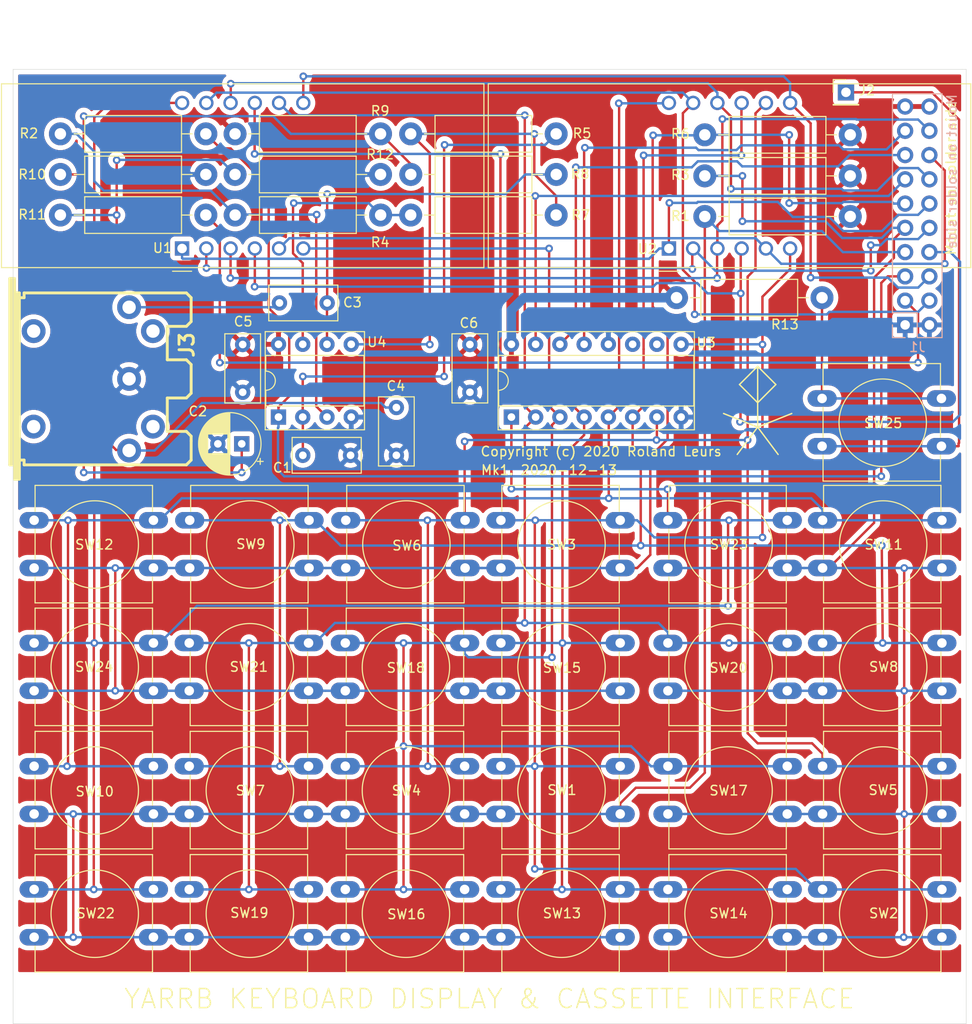
<source format=kicad_pcb>
(kicad_pcb (version 20171130) (host pcbnew "(5.1.2-1)-1")
  (layers (0 F.Cu signal) (31 B.Cu signal hide) (34 B.Paste user) (35 F.Paste user) (36 B.SilkS user) (37 F.SilkS user) (38 B.Mask user) (39 F.Mask user) (44 Edge.Cuts user))
  (net 0 "")
  (net 1 GND)
  (net 2 "Net-(C1-Pad1)")
  (net 3 "Net-(C2-Pad1)")
  (net 4 "Net-(C3-Pad2)")
  (net 5 "Net-(C3-Pad1)")
  (net 6 "Net-(C4-Pad1)")
  (net 7 "Net-(J1-Pad18)")
  (net 8 "Net-(J1-Pad17)")
  (net 9 "Net-(J1-Pad16)")
  (net 10 "Net-(J1-Pad15)")
  (net 11 "Net-(J1-Pad14)")
  (net 12 "Net-(J1-Pad13)")
  (net 13 "Net-(J1-Pad12)")
  (net 14 "Net-(J1-Pad9)")
  (net 15 "Net-(J1-Pad8)")
  (net 16 "Net-(J1-Pad7)")
  (net 17 "Net-(J1-Pad6)")
  (net 18 "Net-(J1-Pad5)")
  (net 19 "Net-(J1-Pad4)")
  (net 20 "Net-(J1-Pad3)")
  (net 21 "Net-(J2-Pad1)")
  (net 22 "Net-(R2-Pad1)")
  (net 23 "Net-(R4-Pad1)")
  (net 24 "Net-(R5-Pad1)")
  (net 25 "Net-(R13-Pad2)")
  (net 26 "Net-(SW1-Pad1)")
  (net 27 "Net-(SW4-Pad1)")
  (net 28 "Net-(SW7-Pad1)")
  (net 29 "Net-(SW10-Pad1)")
  (net 30 "Net-(SW13-Pad1)")
  (net 31 "Net-(SW16-Pad1)")
  (net 32 "Net-(SW19-Pad1)")
  (net 33 "Net-(SW22-Pad1)")
  (net 34 VCC)
  (net 35 "Net-(J1-Pad11)")
  (net 36 "Net-(J1-Pad10)")
  (module MountingHole:MountingHole_2.2mm_M2 (layer F.Cu) (at 173.05 148.9)
    (fp_text reference H2 hide)
    (fp_text value MountingHole hide)
    (pad 1 np_thru_hole circle (at 0 0) (size 2.2 2.2) (drill 2.2) (layers *.Cu *.Mask))
  )
  (module MountingHole:MountingHole_2.2mm_M2 (layer F.Cu) (at 78.15 148.9)
    (fp_text reference H1 hide)
    (fp_text value MountingHole hide)
    (pad 1 np_thru_hole circle (at 0 0) (size 2.2 2.2) (drill 2.2) (layers *.Cu *.Mask))
  )
  (module Resistor_THT:R_Axial_DIN0411_L9.9mm_D3.6mm_P15.24mm_Horizontal (layer F.Cu) (at 145.2 75.4)
    (fp_text reference R13 (at 11.35 2.8) (layer F.SilkS))
    (fp_text value 4k7)
    (pad 2 thru_hole oval (at 15.24 0) (size 2.4 2.4) (drill 1.2) (layers *.Cu *.Mask) (net 25 "Net-(R13-Pad2)"))
    (pad 1 thru_hole circle (at 0 0) (size 2.4 2.4) (drill 1.2) (layers *.Cu *.Mask) (net 34 VCC))
  )
  (module Button_Switch_THT:SW_PUSH-12mm (layer F.Cu) (at 77.9 124.45)
    (fp_text reference SW10 (at 6.35 2.65) (layer F.SilkS))
    (fp_text value 4)
    (pad 2 thru_hole oval (at 0 5) (size 3.048 1.7272) (drill 1) (layers *.Cu *.Mask) (net 16 "Net-(J1-Pad7)"))
    (pad 1 thru_hole oval (at 0 0) (size 3.048 1.7272) (drill 1) (layers *.Cu *.Mask) (net 29 "Net-(SW10-Pad1)"))
    (pad 2 thru_hole oval (at 12.5 5) (size 3.048 1.7272) (drill 1) (layers *.Cu *.Mask) (net 16 "Net-(J1-Pad7)"))
    (pad 1 thru_hole oval (at 12.5 0) (size 3.048 1.7272) (drill 1) (layers *.Cu *.Mask) (net 29 "Net-(SW10-Pad1)"))
  )
  (module Package_DIP:DIP-8_W7.62mm_Socket (layer F.Cu) (at 103.5 87.9 90)
    (fp_text reference U4 (at 7.85 10.3 180) (layer F.SilkS))
    (fp_text value LM358)
    (pad 8 thru_hole oval (at 7.62 0 90) (size 1.6 1.6) (drill 0.8) (layers *.Cu *.Mask) (net 34 VCC))
    (pad 4 thru_hole oval (at 0 7.62 90) (size 1.6 1.6) (drill 0.8) (layers *.Cu *.Mask) (net 1 GND))
    (pad 7 thru_hole oval (at 7.62 2.54 90) (size 1.6 1.6) (drill 0.8) (layers *.Cu *.Mask) (net 23 "Net-(R4-Pad1)"))
    (pad 3 thru_hole oval (at 0 5.08 90) (size 1.6 1.6) (drill 0.8) (layers *.Cu *.Mask) (net 22 "Net-(R2-Pad1)"))
    (pad 6 thru_hole oval (at 7.62 5.08 90) (size 1.6 1.6) (drill 0.8) (layers *.Cu *.Mask) (net 4 "Net-(C3-Pad2)"))
    (pad 2 thru_hole oval (at 0 2.54 90) (size 1.6 1.6) (drill 0.8) (layers *.Cu *.Mask) (net 2 "Net-(C1-Pad1)"))
    (pad 5 thru_hole oval (at 7.62 7.62 90) (size 1.6 1.6) (drill 0.8) (layers *.Cu *.Mask) (net 24 "Net-(R5-Pad1)"))
    (pad 1 thru_hole rect (at 0 0 90) (size 1.6 1.6) (drill 0.8) (layers *.Cu *.Mask) (net 18 "Net-(J1-Pad5)"))
  )
  (module Package_DIP:DIP-16_W7.62mm_Socket (layer F.Cu) (at 127.9 87.9 90)
    (fp_text reference U3 (at 7.8 20.4 180) (layer F.SilkS))
    (fp_text value 7445)
    (pad 16 thru_hole oval (at 7.62 0 90) (size 1.6 1.6) (drill 0.8) (layers *.Cu *.Mask) (net 34 VCC))
    (pad 8 thru_hole oval (at 0 17.78 90) (size 1.6 1.6) (drill 0.8) (layers *.Cu *.Mask) (net 1 GND))
    (pad 15 thru_hole oval (at 7.62 2.54 90) (size 1.6 1.6) (drill 0.8) (layers *.Cu *.Mask) (net 12 "Net-(J1-Pad13)"))
    (pad 7 thru_hole oval (at 0 15.24 90) (size 1.6 1.6) (drill 0.8) (layers *.Cu *.Mask) (net 27 "Net-(SW4-Pad1)"))
    (pad 14 thru_hole oval (at 7.62 5.08 90) (size 1.6 1.6) (drill 0.8) (layers *.Cu *.Mask) (net 10 "Net-(J1-Pad15)"))
    (pad 6 thru_hole oval (at 0 12.7 90) (size 1.6 1.6) (drill 0.8) (layers *.Cu *.Mask) (net 28 "Net-(SW7-Pad1)"))
    (pad 13 thru_hole oval (at 7.62 7.62 90) (size 1.6 1.6) (drill 0.8) (layers *.Cu *.Mask) (net 8 "Net-(J1-Pad17)"))
    (pad 5 thru_hole oval (at 0 10.16 90) (size 1.6 1.6) (drill 0.8) (layers *.Cu *.Mask) (net 29 "Net-(SW10-Pad1)"))
    (pad 12 thru_hole oval (at 7.62 10.16 90) (size 1.6 1.6) (drill 0.8) (layers *.Cu *.Mask) (net 1 GND))
    (pad 4 thru_hole oval (at 0 7.62 90) (size 1.6 1.6) (drill 0.8) (layers *.Cu *.Mask) (net 30 "Net-(SW13-Pad1)"))
    (pad 11 thru_hole oval (at 7.62 12.7 90) (size 1.6 1.6) (drill 0.8) (layers *.Cu *.Mask))
    (pad 3 thru_hole oval (at 0 5.08 90) (size 1.6 1.6) (drill 0.8) (layers *.Cu *.Mask) (net 31 "Net-(SW16-Pad1)"))
    (pad 10 thru_hole oval (at 7.62 15.24 90) (size 1.6 1.6) (drill 0.8) (layers *.Cu *.Mask))
    (pad 2 thru_hole oval (at 0 2.54 90) (size 1.6 1.6) (drill 0.8) (layers *.Cu *.Mask) (net 32 "Net-(SW19-Pad1)"))
    (pad 9 thru_hole oval (at 7.62 17.78 90) (size 1.6 1.6) (drill 0.8) (layers *.Cu *.Mask) (net 26 "Net-(SW1-Pad1)"))
    (pad 1 thru_hole rect (at 0 0 90) (size 1.6 1.6) (drill 0.8) (layers *.Cu *.Mask) (net 33 "Net-(SW22-Pad1)"))
  )
  (module Display_7Segment:CC56-12GWA (layer F.Cu) (at 144.4 70.25 90)
    (fp_text reference U2 (at -0.05 -2.25 180) (layer F.SilkS))
    (fp_text value HS420561K-32)
    (pad 12 thru_hole circle (at 15.24 0 90) (size 1.5 1.5) (drill 1) (layers *.Cu *.Mask) (net 29 "Net-(SW10-Pad1)"))
    (pad 11 thru_hole circle (at 15.24 2.54 90) (size 1.5 1.5) (drill 1) (layers *.Cu *.Mask) (net 19 "Net-(J1-Pad4)"))
    (pad 10 thru_hole circle (at 15.24 5.08 90) (size 1.5 1.5) (drill 1) (layers *.Cu *.Mask) (net 11 "Net-(J1-Pad14)"))
    (pad 9 thru_hole circle (at 15.24 7.62 90) (size 1.5 1.5) (drill 1) (layers *.Cu *.Mask) (net 28 "Net-(SW7-Pad1)"))
    (pad 8 thru_hole circle (at 15.24 10.16 90) (size 1.5 1.5) (drill 1) (layers *.Cu *.Mask) (net 27 "Net-(SW4-Pad1)"))
    (pad 7 thru_hole circle (at 15.24 12.7 90) (size 1.5 1.5) (drill 1) (layers *.Cu *.Mask) (net 17 "Net-(J1-Pad6)"))
    (pad 6 thru_hole circle (at 0 12.7 90) (size 1.5 1.5) (drill 1) (layers *.Cu *.Mask) (net 26 "Net-(SW1-Pad1)"))
    (pad 5 thru_hole circle (at 0 10.16 90) (size 1.5 1.5) (drill 1) (layers *.Cu *.Mask) (net 9 "Net-(J1-Pad16)"))
    (pad 4 thru_hole circle (at 0 7.62 90) (size 1.5 1.5) (drill 1) (layers *.Cu *.Mask) (net 15 "Net-(J1-Pad8)"))
    (pad 3 thru_hole circle (at 0 5.08 90) (size 1.5 1.5) (drill 1) (layers *.Cu *.Mask) (net 7 "Net-(J1-Pad18)"))
    (pad 2 thru_hole circle (at 0 2.54 90) (size 1.5 1.5) (drill 1) (layers *.Cu *.Mask) (net 36 "Net-(J1-Pad10)"))
    (pad 1 thru_hole rect (at 0 0 90) (size 1.5 1.5) (drill 1) (layers *.Cu *.Mask) (net 13 "Net-(J1-Pad12)"))
  )
  (module Display_7Segment:CC56-12GWA (layer F.Cu) (at 93.4 70.25 90)
    (fp_text reference U1 (at 0.05 -2.05 180) (layer F.SilkS))
    (fp_text value HS420561K-32)
    (pad 12 thru_hole circle (at 15.24 0 90) (size 1.5 1.5) (drill 1) (layers *.Cu *.Mask) (net 33 "Net-(SW22-Pad1)"))
    (pad 11 thru_hole circle (at 15.24 2.54 90) (size 1.5 1.5) (drill 1) (layers *.Cu *.Mask) (net 19 "Net-(J1-Pad4)"))
    (pad 10 thru_hole circle (at 15.24 5.08 90) (size 1.5 1.5) (drill 1) (layers *.Cu *.Mask) (net 11 "Net-(J1-Pad14)"))
    (pad 9 thru_hole circle (at 15.24 7.62 90) (size 1.5 1.5) (drill 1) (layers *.Cu *.Mask) (net 32 "Net-(SW19-Pad1)"))
    (pad 8 thru_hole circle (at 15.24 10.16 90) (size 1.5 1.5) (drill 1) (layers *.Cu *.Mask) (net 31 "Net-(SW16-Pad1)"))
    (pad 7 thru_hole circle (at 15.24 12.7 90) (size 1.5 1.5) (drill 1) (layers *.Cu *.Mask) (net 17 "Net-(J1-Pad6)"))
    (pad 6 thru_hole circle (at 0 12.7 90) (size 1.5 1.5) (drill 1) (layers *.Cu *.Mask) (net 30 "Net-(SW13-Pad1)"))
    (pad 5 thru_hole circle (at 0 10.16 90) (size 1.5 1.5) (drill 1) (layers *.Cu *.Mask) (net 9 "Net-(J1-Pad16)"))
    (pad 4 thru_hole circle (at 0 7.62 90) (size 1.5 1.5) (drill 1) (layers *.Cu *.Mask) (net 15 "Net-(J1-Pad8)"))
    (pad 3 thru_hole circle (at 0 5.08 90) (size 1.5 1.5) (drill 1) (layers *.Cu *.Mask) (net 7 "Net-(J1-Pad18)"))
    (pad 2 thru_hole circle (at 0 2.54 90) (size 1.5 1.5) (drill 1) (layers *.Cu *.Mask) (net 36 "Net-(J1-Pad10)"))
    (pad 1 thru_hole rect (at 0 0 90) (size 1.5 1.5) (drill 1) (layers *.Cu *.Mask) (net 13 "Net-(J1-Pad12)"))
  )
  (module Button_Switch_THT:SW_PUSH-12mm (layer F.Cu) (at 160.45 85.95)
    (fp_text reference SW25 (at 6.4 2.6) (layer F.SilkS))
    (fp_text value Reset)
    (pad 2 thru_hole oval (at 0 5) (size 3.048 1.7272) (drill 1) (layers *.Cu *.Mask) (net 21 "Net-(J2-Pad1)"))
    (pad 1 thru_hole oval (at 0 0) (size 3.048 1.7272) (drill 1) (layers *.Cu *.Mask) (net 25 "Net-(R13-Pad2)"))
    (pad 2 thru_hole oval (at 12.5 5) (size 3.048 1.7272) (drill 1) (layers *.Cu *.Mask) (net 21 "Net-(J2-Pad1)"))
    (pad 1 thru_hole oval (at 12.5 0) (size 3.048 1.7272) (drill 1) (layers *.Cu *.Mask) (net 25 "Net-(R13-Pad2)"))
  )
  (module Button_Switch_THT:SW_PUSH-12mm (layer F.Cu) (at 77.9 111.55)
    (fp_text reference SW24 (at 6.3 2.5) (layer F.SilkS))
    (fp_text value 8)
    (pad 2 thru_hole oval (at 0 5) (size 3.048 1.7272) (drill 1) (layers *.Cu *.Mask) (net 35 "Net-(J1-Pad11)"))
    (pad 1 thru_hole oval (at 0 0) (size 3.048 1.7272) (drill 1) (layers *.Cu *.Mask) (net 33 "Net-(SW22-Pad1)"))
    (pad 2 thru_hole oval (at 12.5 5) (size 3.048 1.7272) (drill 1) (layers *.Cu *.Mask) (net 35 "Net-(J1-Pad11)"))
    (pad 1 thru_hole oval (at 12.5 0) (size 3.048 1.7272) (drill 1) (layers *.Cu *.Mask) (net 33 "Net-(SW22-Pad1)"))
  )
  (module Button_Switch_THT:SW_PUSH-12mm (layer F.Cu) (at 144.3 98.7)
    (fp_text reference SW23 (at 6.4 2.55) (layer F.SilkS))
    (fp_text value M)
    (pad 2 thru_hole oval (at 0 5) (size 3.048 1.7272) (drill 1) (layers *.Cu *.Mask) (net 14 "Net-(J1-Pad9)"))
    (pad 1 thru_hole oval (at 0 0) (size 3.048 1.7272) (drill 1) (layers *.Cu *.Mask) (net 33 "Net-(SW22-Pad1)"))
    (pad 2 thru_hole oval (at 12.5 5) (size 3.048 1.7272) (drill 1) (layers *.Cu *.Mask) (net 14 "Net-(J1-Pad9)"))
    (pad 1 thru_hole oval (at 12.5 0) (size 3.048 1.7272) (drill 1) (layers *.Cu *.Mask) (net 33 "Net-(SW22-Pad1)"))
  )
  (module Button_Switch_THT:SW_PUSH-12mm (layer F.Cu) (at 77.9 137.35)
    (fp_text reference SW22 (at 6.45 2.5) (layer F.SilkS))
    (fp_text value 0)
    (pad 2 thru_hole oval (at 0 5) (size 3.048 1.7272) (drill 1) (layers *.Cu *.Mask) (net 16 "Net-(J1-Pad7)"))
    (pad 1 thru_hole oval (at 0 0) (size 3.048 1.7272) (drill 1) (layers *.Cu *.Mask) (net 33 "Net-(SW22-Pad1)"))
    (pad 2 thru_hole oval (at 12.5 5) (size 3.048 1.7272) (drill 1) (layers *.Cu *.Mask) (net 16 "Net-(J1-Pad7)"))
    (pad 1 thru_hole oval (at 12.5 0) (size 3.048 1.7272) (drill 1) (layers *.Cu *.Mask) (net 33 "Net-(SW22-Pad1)"))
  )
  (module Button_Switch_THT:SW_PUSH-12mm (layer F.Cu) (at 94.15 111.55)
    (fp_text reference SW21 (at 6.25 2.5) (layer F.SilkS))
    (fp_text value 9)
    (pad 2 thru_hole oval (at 0 5) (size 3.048 1.7272) (drill 1) (layers *.Cu *.Mask) (net 35 "Net-(J1-Pad11)"))
    (pad 1 thru_hole oval (at 0 0) (size 3.048 1.7272) (drill 1) (layers *.Cu *.Mask) (net 32 "Net-(SW19-Pad1)"))
    (pad 2 thru_hole oval (at 12.5 5) (size 3.048 1.7272) (drill 1) (layers *.Cu *.Mask) (net 35 "Net-(J1-Pad11)"))
    (pad 1 thru_hole oval (at 12.5 0) (size 3.048 1.7272) (drill 1) (layers *.Cu *.Mask) (net 32 "Net-(SW19-Pad1)"))
  )
  (module Button_Switch_THT:SW_PUSH-12mm (layer F.Cu) (at 144.3 111.55)
    (fp_text reference SW20 (at 6.35 2.6) (layer F.SilkS))
    (fp_text value G)
    (pad 2 thru_hole oval (at 0 5) (size 3.048 1.7272) (drill 1) (layers *.Cu *.Mask) (net 14 "Net-(J1-Pad9)"))
    (pad 1 thru_hole oval (at 0 0) (size 3.048 1.7272) (drill 1) (layers *.Cu *.Mask) (net 32 "Net-(SW19-Pad1)"))
    (pad 2 thru_hole oval (at 12.5 5) (size 3.048 1.7272) (drill 1) (layers *.Cu *.Mask) (net 14 "Net-(J1-Pad9)"))
    (pad 1 thru_hole oval (at 12.5 0) (size 3.048 1.7272) (drill 1) (layers *.Cu *.Mask) (net 32 "Net-(SW19-Pad1)"))
  )
  (module Button_Switch_THT:SW_PUSH-12mm (layer F.Cu) (at 94.15 137.35)
    (fp_text reference SW19 (at 6.3 2.45) (layer F.SilkS))
    (fp_text value 1)
    (pad 2 thru_hole oval (at 0 5) (size 3.048 1.7272) (drill 1) (layers *.Cu *.Mask) (net 16 "Net-(J1-Pad7)"))
    (pad 1 thru_hole oval (at 0 0) (size 3.048 1.7272) (drill 1) (layers *.Cu *.Mask) (net 32 "Net-(SW19-Pad1)"))
    (pad 2 thru_hole oval (at 12.5 5) (size 3.048 1.7272) (drill 1) (layers *.Cu *.Mask) (net 16 "Net-(J1-Pad7)"))
    (pad 1 thru_hole oval (at 12.5 0) (size 3.048 1.7272) (drill 1) (layers *.Cu *.Mask) (net 32 "Net-(SW19-Pad1)"))
  )
  (module Button_Switch_THT:SW_PUSH-12mm (layer F.Cu) (at 110.5 111.55)
    (fp_text reference SW18 (at 6.35 2.6) (layer F.SilkS))
    (fp_text value A)
    (pad 2 thru_hole oval (at 0 5) (size 3.048 1.7272) (drill 1) (layers *.Cu *.Mask) (net 35 "Net-(J1-Pad11)"))
    (pad 1 thru_hole oval (at 0 0) (size 3.048 1.7272) (drill 1) (layers *.Cu *.Mask) (net 31 "Net-(SW16-Pad1)"))
    (pad 2 thru_hole oval (at 12.5 5) (size 3.048 1.7272) (drill 1) (layers *.Cu *.Mask) (net 35 "Net-(J1-Pad11)"))
    (pad 1 thru_hole oval (at 12.5 0) (size 3.048 1.7272) (drill 1) (layers *.Cu *.Mask) (net 31 "Net-(SW16-Pad1)"))
  )
  (module Button_Switch_THT:SW_PUSH-12mm (layer F.Cu) (at 144.3 124.45)
    (fp_text reference SW17 (at 6.35 2.55) (layer F.SilkS))
    (fp_text value P)
    (pad 2 thru_hole oval (at 0 5) (size 3.048 1.7272) (drill 1) (layers *.Cu *.Mask) (net 14 "Net-(J1-Pad9)"))
    (pad 1 thru_hole oval (at 0 0) (size 3.048 1.7272) (drill 1) (layers *.Cu *.Mask) (net 31 "Net-(SW16-Pad1)"))
    (pad 2 thru_hole oval (at 12.5 5) (size 3.048 1.7272) (drill 1) (layers *.Cu *.Mask) (net 14 "Net-(J1-Pad9)"))
    (pad 1 thru_hole oval (at 12.5 0) (size 3.048 1.7272) (drill 1) (layers *.Cu *.Mask) (net 31 "Net-(SW16-Pad1)"))
  )
  (module Button_Switch_THT:SW_PUSH-12mm (layer F.Cu) (at 110.5 137.35)
    (fp_text reference SW16 (at 6.4 2.6) (layer F.SilkS))
    (fp_text value 2)
    (pad 2 thru_hole oval (at 0 5) (size 3.048 1.7272) (drill 1) (layers *.Cu *.Mask) (net 16 "Net-(J1-Pad7)"))
    (pad 1 thru_hole oval (at 0 0) (size 3.048 1.7272) (drill 1) (layers *.Cu *.Mask) (net 31 "Net-(SW16-Pad1)"))
    (pad 2 thru_hole oval (at 12.5 5) (size 3.048 1.7272) (drill 1) (layers *.Cu *.Mask) (net 16 "Net-(J1-Pad7)"))
    (pad 1 thru_hole oval (at 12.5 0) (size 3.048 1.7272) (drill 1) (layers *.Cu *.Mask) (net 31 "Net-(SW16-Pad1)"))
  )
  (module Button_Switch_THT:SW_PUSH-12mm (layer F.Cu) (at 126.8 111.55)
    (fp_text reference SW15 (at 6.4 2.6) (layer F.SilkS))
    (fp_text value B)
    (pad 2 thru_hole oval (at 0 5) (size 3.048 1.7272) (drill 1) (layers *.Cu *.Mask) (net 35 "Net-(J1-Pad11)"))
    (pad 1 thru_hole oval (at 0 0) (size 3.048 1.7272) (drill 1) (layers *.Cu *.Mask) (net 30 "Net-(SW13-Pad1)"))
    (pad 2 thru_hole oval (at 12.5 5) (size 3.048 1.7272) (drill 1) (layers *.Cu *.Mask) (net 35 "Net-(J1-Pad11)"))
    (pad 1 thru_hole oval (at 12.5 0) (size 3.048 1.7272) (drill 1) (layers *.Cu *.Mask) (net 30 "Net-(SW13-Pad1)"))
  )
  (module Button_Switch_THT:SW_PUSH-12mm (layer F.Cu) (at 144.3 137.35)
    (fp_text reference SW14 (at 6.35 2.5) (layer F.SilkS))
    (fp_text value S)
    (pad 2 thru_hole oval (at 0 5) (size 3.048 1.7272) (drill 1) (layers *.Cu *.Mask) (net 14 "Net-(J1-Pad9)"))
    (pad 1 thru_hole oval (at 0 0) (size 3.048 1.7272) (drill 1) (layers *.Cu *.Mask) (net 30 "Net-(SW13-Pad1)"))
    (pad 2 thru_hole oval (at 12.5 5) (size 3.048 1.7272) (drill 1) (layers *.Cu *.Mask) (net 14 "Net-(J1-Pad9)"))
    (pad 1 thru_hole oval (at 12.5 0) (size 3.048 1.7272) (drill 1) (layers *.Cu *.Mask) (net 30 "Net-(SW13-Pad1)"))
  )
  (module Button_Switch_THT:SW_PUSH-12mm (layer F.Cu) (at 126.8 137.35)
    (fp_text reference SW13 (at 6.4 2.5) (layer F.SilkS))
    (fp_text value 3)
    (pad 2 thru_hole oval (at 0 5) (size 3.048 1.7272) (drill 1) (layers *.Cu *.Mask) (net 16 "Net-(J1-Pad7)"))
    (pad 1 thru_hole oval (at 0 0) (size 3.048 1.7272) (drill 1) (layers *.Cu *.Mask) (net 30 "Net-(SW13-Pad1)"))
    (pad 2 thru_hole oval (at 12.5 5) (size 3.048 1.7272) (drill 1) (layers *.Cu *.Mask) (net 16 "Net-(J1-Pad7)"))
    (pad 1 thru_hole oval (at 12.5 0) (size 3.048 1.7272) (drill 1) (layers *.Cu *.Mask) (net 30 "Net-(SW13-Pad1)"))
  )
  (module Button_Switch_THT:SW_PUSH-12mm (layer F.Cu) (at 77.9 98.7)
    (fp_text reference SW12 (at 6.3 2.55) (layer F.SilkS))
    (fp_text value C)
    (pad 2 thru_hole oval (at 0 5) (size 3.048 1.7272) (drill 1) (layers *.Cu *.Mask) (net 35 "Net-(J1-Pad11)"))
    (pad 1 thru_hole oval (at 0 0) (size 3.048 1.7272) (drill 1) (layers *.Cu *.Mask) (net 29 "Net-(SW10-Pad1)"))
    (pad 2 thru_hole oval (at 12.5 5) (size 3.048 1.7272) (drill 1) (layers *.Cu *.Mask) (net 35 "Net-(J1-Pad11)"))
    (pad 1 thru_hole oval (at 12.5 0) (size 3.048 1.7272) (drill 1) (layers *.Cu *.Mask) (net 29 "Net-(SW10-Pad1)"))
  )
  (module Button_Switch_THT:SW_PUSH-12mm (layer F.Cu) (at 160.5 98.7)
    (fp_text reference SW11 (at 6.4 2.55) (layer F.SilkS))
    (fp_text value L)
    (pad 2 thru_hole oval (at 0 5) (size 3.048 1.7272) (drill 1) (layers *.Cu *.Mask) (net 14 "Net-(J1-Pad9)"))
    (pad 1 thru_hole oval (at 0 0) (size 3.048 1.7272) (drill 1) (layers *.Cu *.Mask) (net 29 "Net-(SW10-Pad1)"))
    (pad 2 thru_hole oval (at 12.5 5) (size 3.048 1.7272) (drill 1) (layers *.Cu *.Mask) (net 14 "Net-(J1-Pad9)"))
    (pad 1 thru_hole oval (at 12.5 0) (size 3.048 1.7272) (drill 1) (layers *.Cu *.Mask) (net 29 "Net-(SW10-Pad1)"))
  )
  (module Button_Switch_THT:SW_PUSH-12mm (layer F.Cu) (at 94.2 98.7)
    (fp_text reference SW9 (at 6.4 2.5) (layer F.SilkS))
    (fp_text value D)
    (pad 2 thru_hole oval (at 0 5) (size 3.048 1.7272) (drill 1) (layers *.Cu *.Mask) (net 35 "Net-(J1-Pad11)"))
    (pad 1 thru_hole oval (at 0 0) (size 3.048 1.7272) (drill 1) (layers *.Cu *.Mask) (net 28 "Net-(SW7-Pad1)"))
    (pad 2 thru_hole oval (at 12.5 5) (size 3.048 1.7272) (drill 1) (layers *.Cu *.Mask) (net 35 "Net-(J1-Pad11)"))
    (pad 1 thru_hole oval (at 12.5 0) (size 3.048 1.7272) (drill 1) (layers *.Cu *.Mask) (net 28 "Net-(SW7-Pad1)"))
  )
  (module Button_Switch_THT:SW_PUSH-12mm (layer F.Cu) (at 160.5 111.55)
    (fp_text reference SW8 (at 6.4 2.5) (layer F.SilkS))
    (fp_text value R)
    (pad 2 thru_hole oval (at 0 5) (size 3.048 1.7272) (drill 1) (layers *.Cu *.Mask) (net 14 "Net-(J1-Pad9)"))
    (pad 1 thru_hole oval (at 0 0) (size 3.048 1.7272) (drill 1) (layers *.Cu *.Mask) (net 28 "Net-(SW7-Pad1)"))
    (pad 2 thru_hole oval (at 12.5 5) (size 3.048 1.7272) (drill 1) (layers *.Cu *.Mask) (net 14 "Net-(J1-Pad9)"))
    (pad 1 thru_hole oval (at 12.5 0) (size 3.048 1.7272) (drill 1) (layers *.Cu *.Mask) (net 28 "Net-(SW7-Pad1)"))
  )
  (module Button_Switch_THT:SW_PUSH-12mm (layer F.Cu) (at 94.15 124.45)
    (fp_text reference SW7 (at 6.4 2.55) (layer F.SilkS))
    (fp_text value 5)
    (pad 2 thru_hole oval (at 0 5) (size 3.048 1.7272) (drill 1) (layers *.Cu *.Mask) (net 16 "Net-(J1-Pad7)"))
    (pad 1 thru_hole oval (at 0 0) (size 3.048 1.7272) (drill 1) (layers *.Cu *.Mask) (net 28 "Net-(SW7-Pad1)"))
    (pad 2 thru_hole oval (at 12.5 5) (size 3.048 1.7272) (drill 1) (layers *.Cu *.Mask) (net 16 "Net-(J1-Pad7)"))
    (pad 1 thru_hole oval (at 12.5 0) (size 3.048 1.7272) (drill 1) (layers *.Cu *.Mask) (net 28 "Net-(SW7-Pad1)"))
  )
  (module Button_Switch_THT:SW_PUSH-12mm (layer F.Cu) (at 110.55 98.7)
    (fp_text reference SW6 (at 6.4 2.65) (layer F.SilkS))
    (fp_text value E)
    (pad 2 thru_hole oval (at 0 5) (size 3.048 1.7272) (drill 1) (layers *.Cu *.Mask) (net 35 "Net-(J1-Pad11)"))
    (pad 1 thru_hole oval (at 0 0) (size 3.048 1.7272) (drill 1) (layers *.Cu *.Mask) (net 27 "Net-(SW4-Pad1)"))
    (pad 2 thru_hole oval (at 12.5 5) (size 3.048 1.7272) (drill 1) (layers *.Cu *.Mask) (net 35 "Net-(J1-Pad11)"))
    (pad 1 thru_hole oval (at 12.5 0) (size 3.048 1.7272) (drill 1) (layers *.Cu *.Mask) (net 27 "Net-(SW4-Pad1)"))
  )
  (module Button_Switch_THT:SW_PUSH-12mm (layer F.Cu) (at 160.5 124.45)
    (fp_text reference SW5 (at 6.35 2.5) (layer F.SilkS))
    (fp_text value ^)
    (pad 2 thru_hole oval (at 0 5) (size 3.048 1.7272) (drill 1) (layers *.Cu *.Mask) (net 14 "Net-(J1-Pad9)"))
    (pad 1 thru_hole oval (at 0 0) (size 3.048 1.7272) (drill 1) (layers *.Cu *.Mask) (net 27 "Net-(SW4-Pad1)"))
    (pad 2 thru_hole oval (at 12.5 5) (size 3.048 1.7272) (drill 1) (layers *.Cu *.Mask) (net 14 "Net-(J1-Pad9)"))
    (pad 1 thru_hole oval (at 12.5 0) (size 3.048 1.7272) (drill 1) (layers *.Cu *.Mask) (net 27 "Net-(SW4-Pad1)"))
  )
  (module Button_Switch_THT:SW_PUSH-12mm (layer F.Cu) (at 110.5 124.45)
    (fp_text reference SW4 (at 6.4 2.55) (layer F.SilkS))
    (fp_text value 6)
    (pad 2 thru_hole oval (at 0 5) (size 3.048 1.7272) (drill 1) (layers *.Cu *.Mask) (net 16 "Net-(J1-Pad7)"))
    (pad 1 thru_hole oval (at 0 0) (size 3.048 1.7272) (drill 1) (layers *.Cu *.Mask) (net 27 "Net-(SW4-Pad1)"))
    (pad 2 thru_hole oval (at 12.5 5) (size 3.048 1.7272) (drill 1) (layers *.Cu *.Mask) (net 16 "Net-(J1-Pad7)"))
    (pad 1 thru_hole oval (at 12.5 0) (size 3.048 1.7272) (drill 1) (layers *.Cu *.Mask) (net 27 "Net-(SW4-Pad1)"))
  )
  (module Button_Switch_THT:SW_PUSH-12mm (layer F.Cu) (at 126.8 98.7)
    (fp_text reference SW3 (at 6.35 2.55) (layer F.SilkS))
    (fp_text value F)
    (pad 2 thru_hole oval (at 0 5) (size 3.048 1.7272) (drill 1) (layers *.Cu *.Mask) (net 35 "Net-(J1-Pad11)"))
    (pad 1 thru_hole oval (at 0 0) (size 3.048 1.7272) (drill 1) (layers *.Cu *.Mask) (net 26 "Net-(SW1-Pad1)"))
    (pad 2 thru_hole oval (at 12.5 5) (size 3.048 1.7272) (drill 1) (layers *.Cu *.Mask) (net 35 "Net-(J1-Pad11)"))
    (pad 1 thru_hole oval (at 12.5 0) (size 3.048 1.7272) (drill 1) (layers *.Cu *.Mask) (net 26 "Net-(SW1-Pad1)"))
  )
  (module Button_Switch_THT:SW_PUSH-12mm (layer F.Cu) (at 160.5 137.35)
    (fp_text reference SW2 (at 6.4 2.5) (layer F.SilkS))
    (fp_text value v)
    (pad 2 thru_hole oval (at 0 5) (size 3.048 1.7272) (drill 1) (layers *.Cu *.Mask) (net 14 "Net-(J1-Pad9)"))
    (pad 1 thru_hole oval (at 0 0) (size 3.048 1.7272) (drill 1) (layers *.Cu *.Mask) (net 26 "Net-(SW1-Pad1)"))
    (pad 2 thru_hole oval (at 12.5 5) (size 3.048 1.7272) (drill 1) (layers *.Cu *.Mask) (net 14 "Net-(J1-Pad9)"))
    (pad 1 thru_hole oval (at 12.5 0) (size 3.048 1.7272) (drill 1) (layers *.Cu *.Mask) (net 26 "Net-(SW1-Pad1)"))
  )
  (module Button_Switch_THT:SW_PUSH-12mm (layer F.Cu) (at 126.8 124.45)
    (fp_text reference SW1 (at 6.4 2.5) (layer F.SilkS))
    (fp_text value 7)
    (pad 2 thru_hole oval (at 0 5) (size 3.048 1.7272) (drill 1) (layers *.Cu *.Mask) (net 16 "Net-(J1-Pad7)"))
    (pad 1 thru_hole oval (at 0 0) (size 3.048 1.7272) (drill 1) (layers *.Cu *.Mask) (net 26 "Net-(SW1-Pad1)"))
    (pad 2 thru_hole oval (at 12.5 5) (size 3.048 1.7272) (drill 1) (layers *.Cu *.Mask) (net 16 "Net-(J1-Pad7)"))
    (pad 1 thru_hole oval (at 12.5 0) (size 3.048 1.7272) (drill 1) (layers *.Cu *.Mask) (net 26 "Net-(SW1-Pad1)"))
  )
  (module Resistor_THT:R_Axial_DIN0411_L9.9mm_D3.6mm_P15.24mm_Horizontal (layer F.Cu) (at 98.95 62.5)
    (fp_text reference R12 (at 15.2 -2.1) (layer F.SilkS))
    (fp_text value 1kΩ)
    (pad 2 thru_hole oval (at 15.24 0) (size 2.4 2.4) (drill 1.2) (layers *.Cu *.Mask) (net 1 GND))
    (pad 1 thru_hole circle (at 0 0) (size 2.4 2.4) (drill 1.2) (layers *.Cu *.Mask) (net 6 "Net-(C4-Pad1)"))
  )
  (module Resistor_THT:R_Axial_DIN0411_L9.9mm_D3.6mm_P15.24mm_Horizontal (layer F.Cu) (at 80.65 66.75)
    (fp_text reference R11 (at -2.95 -0.05) (layer F.SilkS))
    (fp_text value 4k7)
    (pad 2 thru_hole oval (at 15.24 0) (size 2.4 2.4) (drill 1.2) (layers *.Cu *.Mask) (net 20 "Net-(J1-Pad3)"))
    (pad 1 thru_hole circle (at 0 0) (size 2.4 2.4) (drill 1.2) (layers *.Cu *.Mask) (net 6 "Net-(C4-Pad1)"))
  )
  (module Resistor_THT:R_Axial_DIN0411_L9.9mm_D3.6mm_P15.24mm_Horizontal (layer F.Cu) (at 80.65 62.5)
    (fp_text reference R10 (at -2.95 0) (layer F.SilkS))
    (fp_text value 4k7)
    (pad 2 thru_hole oval (at 15.24 0) (size 2.4 2.4) (drill 1.2) (layers *.Cu *.Mask) (net 1 GND))
    (pad 1 thru_hole circle (at 0 0) (size 2.4 2.4) (drill 1.2) (layers *.Cu *.Mask) (net 3 "Net-(C2-Pad1)"))
  )
  (module Resistor_THT:R_Axial_DIN0411_L9.9mm_D3.6mm_P15.24mm_Horizontal (layer F.Cu) (at 98.95 58.25)
    (fp_text reference R9 (at 15.2 -2.4) (layer F.SilkS))
    (fp_text value 4k7)
    (pad 2 thru_hole oval (at 15.24 0) (size 2.4 2.4) (drill 1.2) (layers *.Cu *.Mask) (net 3 "Net-(C2-Pad1)"))
    (pad 1 thru_hole circle (at 0 0) (size 2.4 2.4) (drill 1.2) (layers *.Cu *.Mask) (net 34 VCC))
  )
  (module Resistor_THT:R_Axial_DIN0411_L9.9mm_D3.6mm_P15.24mm_Horizontal (layer F.Cu) (at 132.6 62.5 180)
    (fp_text reference R8 (at -2.5 0.05) (layer F.SilkS))
    (fp_text value 47kΩ)
    (pad 2 thru_hole oval (at 15.24 0 180) (size 2.4 2.4) (drill 1.2) (layers *.Cu *.Mask) (net 3 "Net-(C2-Pad1)"))
    (pad 1 thru_hole circle (at 0 0 180) (size 2.4 2.4) (drill 1.2) (layers *.Cu *.Mask) (net 4 "Net-(C3-Pad2)"))
  )
  (module Resistor_THT:R_Axial_DIN0411_L9.9mm_D3.6mm_P15.24mm_Horizontal (layer F.Cu) (at 117.35 66.75)
    (fp_text reference R7 (at 17.8 0) (layer F.SilkS))
    (fp_text value 47kΩ)
    (pad 2 thru_hole oval (at 15.24 0) (size 2.4 2.4) (drill 1.2) (layers *.Cu *.Mask) (net 24 "Net-(R5-Pad1)"))
    (pad 1 thru_hole circle (at 0 0) (size 2.4 2.4) (drill 1.2) (layers *.Cu *.Mask) (net 23 "Net-(R4-Pad1)"))
  )
  (module Resistor_THT:R_Axial_DIN0411_L9.9mm_D3.6mm_P15.24mm_Horizontal (layer F.Cu) (at 163.4 58.35 180)
    (fp_text reference R6 (at 17.8 0.1) (layer F.SilkS))
    (fp_text value 4k7)
    (pad 2 thru_hole oval (at 15.24 0 180) (size 2.4 2.4) (drill 1.2) (layers *.Cu *.Mask) (net 35 "Net-(J1-Pad11)"))
    (pad 1 thru_hole circle (at 0 0 180) (size 2.4 2.4) (drill 1.2) (layers *.Cu *.Mask) (net 34 VCC))
  )
  (module Resistor_THT:R_Axial_DIN0411_L9.9mm_D3.6mm_P15.24mm_Horizontal (layer F.Cu) (at 117.35 58.25)
    (fp_text reference R5 (at 17.95 -0.05) (layer F.SilkS))
    (fp_text value 10k)
    (pad 2 thru_hole oval (at 15.24 0) (size 2.4 2.4) (drill 1.2) (layers *.Cu *.Mask) (net 2 "Net-(C1-Pad1)"))
    (pad 1 thru_hole circle (at 0 0) (size 2.4 2.4) (drill 1.2) (layers *.Cu *.Mask) (net 24 "Net-(R5-Pad1)"))
  )
  (module Resistor_THT:R_Axial_DIN0411_L9.9mm_D3.6mm_P15.24mm_Horizontal (layer F.Cu) (at 114.2 66.75 180)
    (fp_text reference R4 (at 0.05 -2.85) (layer F.SilkS))
    (fp_text value 4k7)
    (pad 2 thru_hole oval (at 15.24 0 180) (size 2.4 2.4) (drill 1.2) (layers *.Cu *.Mask) (net 22 "Net-(R2-Pad1)"))
    (pad 1 thru_hole circle (at 0 0 180) (size 2.4 2.4) (drill 1.2) (layers *.Cu *.Mask) (net 23 "Net-(R4-Pad1)"))
  )
  (module Resistor_THT:R_Axial_DIN0411_L9.9mm_D3.6mm_P15.24mm_Horizontal (layer F.Cu) (at 163.4 62.65 180)
    (fp_text reference R3 (at 17.8 0.1) (layer F.SilkS))
    (fp_text value 4k7)
    (pad 2 thru_hole oval (at 15.24 0 180) (size 2.4 2.4) (drill 1.2) (layers *.Cu *.Mask) (net 14 "Net-(J1-Pad9)"))
    (pad 1 thru_hole circle (at 0 0 180) (size 2.4 2.4) (drill 1.2) (layers *.Cu *.Mask) (net 34 VCC))
  )
  (module Resistor_THT:R_Axial_DIN0411_L9.9mm_D3.6mm_P15.24mm_Horizontal (layer F.Cu) (at 80.65 58.25)
    (fp_text reference R2 (at -3.3 -0.05) (layer F.SilkS))
    (fp_text value 470kΩ)
    (pad 2 thru_hole oval (at 15.24 0) (size 2.4 2.4) (drill 1.2) (layers *.Cu *.Mask) (net 18 "Net-(J1-Pad5)"))
    (pad 1 thru_hole circle (at 0 0) (size 2.4 2.4) (drill 1.2) (layers *.Cu *.Mask) (net 22 "Net-(R2-Pad1)"))
  )
  (module Resistor_THT:R_Axial_DIN0411_L9.9mm_D3.6mm_P15.24mm_Horizontal (layer F.Cu) (at 163.4 66.9 180)
    (fp_text reference R1 (at 17.8 0.05) (layer F.SilkS))
    (fp_text value 4k7)
    (pad 2 thru_hole oval (at 15.24 0 180) (size 2.4 2.4) (drill 1.2) (layers *.Cu *.Mask) (net 16 "Net-(J1-Pad7)"))
    (pad 1 thru_hole circle (at 0 0 180) (size 2.4 2.4) (drill 1.2) (layers *.Cu *.Mask) (net 34 VCC))
  )
  (module "A/V connectors:din-5" (layer F.Cu) (at 84.85 83.9 270)
    (fp_text reference J3 (at -3.55 -9.05 90) (layer F.SilkS) (effects (font (size 1.5 1.5) (thickness 0.3))))
    (fp_text value "CAS IN/OUT" hide)
    (pad 6 thru_hole circle (at -5 7 270) (size 2.5 2.5) (drill 1.4) (layers *.Cu *.Mask))
    (pad 6 thru_hole circle (at 5 7 270) (size 2.5 2.5) (drill 1.4) (layers *.Cu *.Mask))
    (pad 5 thru_hole circle (at -5 -5.5 270) (size 2.5 2.5) (drill 1.4) (layers *.Cu *.Mask))
    (pad 1 thru_hole circle (at 7.5 -3 270) (size 2.5 2.5) (drill 1.4) (layers *.Cu *.Mask) (net 6 "Net-(C4-Pad1)"))
    (pad 2 thru_hole circle (at 0 -3 270) (size 2.5 2.5) (drill 1.4) (layers *.Cu *.Mask) (net 1 GND))
    (pad 4 thru_hole circle (at 5 -5.5 270) (size 2.5 2.5) (drill 1.4) (layers *.Cu *.Mask))
    (pad 3 thru_hole circle (at -7.5 -3 270) (size 2.5 2.5) (drill 1.4) (layers *.Cu *.Mask) (net 5 "Net-(C3-Pad1)"))
  )
  (module Connector_PinHeader_2.54mm:PinHeader_1x01_P2.54mm_Vertical (layer F.Cu) (at 162.95 53.9)
    (fp_text reference J2 (at 2.2 -0.2) (layer F.SilkS))
    (fp_text value "To Yarrb reset")
    (pad 1 thru_hole rect (at 0 0) (size 1.7 1.7) (drill 1) (layers *.Cu *.Mask) (net 21 "Net-(J2-Pad1)"))
  )
  (module Connector_PinHeader_2.54mm:PinHeader_2x10_P2.54mm_Vertical (layer B.Cu) (at 169.15 78.25)
    (fp_text reference J1 (at 1.27 2.33) (layer B.SilkS) (effects (justify mirror)))
    (fp_text value "To Yarrb")
    (pad 20 thru_hole oval (at 2.54 -22.86) (size 1.7 1.7) (drill 1) (layers *.Cu *.Mask) (net 34 VCC))
    (pad 19 thru_hole oval (at 0 -22.86) (size 1.7 1.7) (drill 1) (layers *.Cu *.Mask) (net 34 VCC))
    (pad 18 thru_hole oval (at 2.54 -20.32) (size 1.7 1.7) (drill 1) (layers *.Cu *.Mask) (net 7 "Net-(J1-Pad18)"))
    (pad 17 thru_hole oval (at 0 -20.32) (size 1.7 1.7) (drill 1) (layers *.Cu *.Mask) (net 8 "Net-(J1-Pad17)"))
    (pad 16 thru_hole oval (at 2.54 -17.78) (size 1.7 1.7) (drill 1) (layers *.Cu *.Mask) (net 9 "Net-(J1-Pad16)"))
    (pad 15 thru_hole oval (at 0 -17.78) (size 1.7 1.7) (drill 1) (layers *.Cu *.Mask) (net 10 "Net-(J1-Pad15)"))
    (pad 14 thru_hole oval (at 2.54 -15.24) (size 1.7 1.7) (drill 1) (layers *.Cu *.Mask) (net 11 "Net-(J1-Pad14)"))
    (pad 13 thru_hole oval (at 0 -15.24) (size 1.7 1.7) (drill 1) (layers *.Cu *.Mask) (net 12 "Net-(J1-Pad13)"))
    (pad 12 thru_hole oval (at 2.54 -12.7) (size 1.7 1.7) (drill 1) (layers *.Cu *.Mask) (net 13 "Net-(J1-Pad12)"))
    (pad 11 thru_hole oval (at 0 -12.7) (size 1.7 1.7) (drill 1) (layers *.Cu *.Mask) (net 35 "Net-(J1-Pad11)"))
    (pad 10 thru_hole oval (at 2.54 -10.16) (size 1.7 1.7) (drill 1) (layers *.Cu *.Mask) (net 36 "Net-(J1-Pad10)"))
    (pad 9 thru_hole oval (at 0 -10.16) (size 1.7 1.7) (drill 1) (layers *.Cu *.Mask) (net 14 "Net-(J1-Pad9)"))
    (pad 8 thru_hole oval (at 2.54 -7.62) (size 1.7 1.7) (drill 1) (layers *.Cu *.Mask) (net 15 "Net-(J1-Pad8)"))
    (pad 7 thru_hole oval (at 0 -7.62) (size 1.7 1.7) (drill 1) (layers *.Cu *.Mask) (net 16 "Net-(J1-Pad7)"))
    (pad 6 thru_hole oval (at 2.54 -5.08) (size 1.7 1.7) (drill 1) (layers *.Cu *.Mask) (net 17 "Net-(J1-Pad6)"))
    (pad 5 thru_hole oval (at 0 -5.08) (size 1.7 1.7) (drill 1) (layers *.Cu *.Mask) (net 18 "Net-(J1-Pad5)"))
    (pad 4 thru_hole oval (at 2.54 -2.54) (size 1.7 1.7) (drill 1) (layers *.Cu *.Mask) (net 19 "Net-(J1-Pad4)"))
    (pad 3 thru_hole oval (at 0 -2.54) (size 1.7 1.7) (drill 1) (layers *.Cu *.Mask) (net 20 "Net-(J1-Pad3)"))
    (pad 2 thru_hole oval (at 2.54 0) (size 1.7 1.7) (drill 1) (layers *.Cu *.Mask) (net 1 GND))
    (pad 1 thru_hole rect (at 0 0) (size 1.7 1.7) (drill 1) (layers *.Cu *.Mask) (net 1 GND))
  )
  (module Capacitor_THT:C_Rect_L7.0mm_W3.5mm_P5.00mm (layer F.Cu) (at 123.55 85.3 90)
    (fp_text reference C6 (at 7.25 -0.1 180) (layer F.SilkS))
    (fp_text value C)
    (pad 2 thru_hole circle (at 5 0 90) (size 1.6 1.6) (drill 0.8) (layers *.Cu *.Mask) (net 34 VCC))
    (pad 1 thru_hole circle (at 0 0 90) (size 1.6 1.6) (drill 0.8) (layers *.Cu *.Mask) (net 1 GND))
  )
  (module Capacitor_THT:C_Rect_L7.0mm_W3.5mm_P5.00mm (layer F.Cu) (at 99.75 85.3 90)
    (fp_text reference C5 (at 7.4 0.05 180) (layer F.SilkS))
    (fp_text value C)
    (pad 2 thru_hole circle (at 5 0 90) (size 1.6 1.6) (drill 0.8) (layers *.Cu *.Mask) (net 34 VCC))
    (pad 1 thru_hole circle (at 0 0 90) (size 1.6 1.6) (drill 0.8) (layers *.Cu *.Mask) (net 1 GND))
  )
  (module Capacitor_THT:C_Rect_L7.0mm_W3.5mm_P5.00mm (layer F.Cu) (at 115.85 86.9 270)
    (fp_text reference C4 (at -2.25 0.05 180) (layer F.SilkS))
    (fp_text value 10nF)
    (pad 2 thru_hole circle (at 5 0 270) (size 1.6 1.6) (drill 0.8) (layers *.Cu *.Mask) (net 1 GND))
    (pad 1 thru_hole circle (at 0 0 270) (size 1.6 1.6) (drill 0.8) (layers *.Cu *.Mask) (net 6 "Net-(C4-Pad1)"))
  )
  (module Capacitor_THT:C_Rect_L7.0mm_W3.5mm_P5.00mm (layer F.Cu) (at 103.6 75.95)
    (fp_text reference C3 (at 7.65 -0.05) (layer F.SilkS))
    (fp_text value C)
    (pad 2 thru_hole circle (at 5 0) (size 1.6 1.6) (drill 0.8) (layers *.Cu *.Mask) (net 4 "Net-(C3-Pad2)"))
    (pad 1 thru_hole circle (at 0 0) (size 1.6 1.6) (drill 0.8) (layers *.Cu *.Mask) (net 5 "Net-(C3-Pad1)"))
  )
  (module Capacitor_THT:CP_Radial_D6.3mm_P2.50mm (layer F.Cu) (at 99.65 90.7 180)
    (fp_text reference C2 (at 4.6 3.4) (layer F.SilkS))
    (fp_text value 22µF)
    (pad 2 thru_hole circle (at 2.5 0 180) (size 1.6 1.6) (drill 0.8) (layers *.Cu *.Mask) (net 1 GND))
    (pad 1 thru_hole rect (at 0 0 180) (size 1.6 1.6) (drill 0.8) (layers *.Cu *.Mask) (net 3 "Net-(C2-Pad1)"))
  )
  (module Capacitor_THT:C_Rect_L7.0mm_W3.5mm_P5.00mm (layer F.Cu) (at 106.05 91.9)
    (fp_text reference C1 (at -2.15 1.3) (layer F.SilkS))
    (fp_text value 47nF)
    (pad 2 thru_hole circle (at 5 0) (size 1.6 1.6) (drill 0.8) (layers *.Cu *.Mask) (net 1 GND))
    (pad 1 thru_hole circle (at 0 0) (size 1.6 1.6) (drill 0.8) (layers *.Cu *.Mask) (net 2 "Net-(C1-Pad1)"))
  )
  (gr_text "Mk1. 2020-12-13" (at 131.85 93.45) (layer F.SilkS) (effects (font (size 1 1))))
  (gr_text "Mount on solder side" (at 174.05 62.2 90) (layer B.SilkS) (effects (font (size 1 1)) (justify mirror)))
  (gr_text "Mount on solder side" (at 173.95 62.85 90) (layer F.SilkS) (effects (font (size 1 1))))
  (gr_text "Copyright (c) 2020 Roland Leurs" (at 137.3 91.5) (layer F.SilkS) (effects (font (size 1 1))))
  (gr_text "YARRB KEYBOARD DISPLAY & CASSETTE INTERFACE" (at 125.6 148.8) (layer F.SilkS) (effects (font (size 2 2))))
  (gr_text . (at 153.7 67.9) (layer F.SilkS) (effects (font (size 40 40))))
  (gr_text * (at 153.7 93.45) (layer F.SilkS) (effects (font (size 15 15))))
  (gr_line (start 175.55 51.5) (end 175.15 51.5) (layer Edge.Cuts) (width 0.05))
  (gr_line (start 175.55 151.4) (end 175.55 51.5) (layer Edge.Cuts) (width 0.05))
  (gr_line (start 75.7 151.4) (end 175.55 151.4) (layer Edge.Cuts) (width 0.05))
  (gr_line (start 75.7 51.5) (end 75.7 151.4) (layer Edge.Cuts) (width 0.05))
  (gr_line (start 75.7 51.5) (end 175.15 51.5) (layer Edge.Cuts) (width 0.05))
  (segment (start 106.05 87.91) (end 106.04 87.9) (width 0.25) (layer F.Cu) (net 2))
  (segment (start 106.05 91.9) (end 106.05 87.91) (width 0.25) (layer F.Cu) (net 2))
  (via (at 106.05 83.65) (size 0.8) (drill 0.4) (layers F.Cu B.Cu) (net 2))
  (segment (start 106.04 83.66) (end 106.05 83.65) (width 0.25) (layer F.Cu) (net 2))
  (segment (start 106.04 87.9) (end 106.04 83.66) (width 0.25) (layer F.Cu) (net 2))
  (segment (start 106.05 83.65) (end 120.85 83.65) (width 0.25) (layer B.Cu) (net 2))
  (via (at 120.85 83.65) (size 0.8) (drill 0.4) (layers F.Cu B.Cu) (net 2))
  (via (at 120.9 59.4) (size 0.8) (drill 0.4) (layers F.Cu B.Cu) (net 2))
  (segment (start 120.85 59.45) (end 120.9 59.4) (width 0.25) (layer F.Cu) (net 2))
  (segment (start 120.85 83.65) (end 120.85 59.45) (width 0.25) (layer F.Cu) (net 2))
  (segment (start 131.44 59.4) (end 132.59 58.25) (width 0.25) (layer B.Cu) (net 2))
  (segment (start 120.9 59.4) (end 131.44 59.4) (width 0.25) (layer B.Cu) (net 2))
  (segment (start 83.1 64.95) (end 83.1 71.457002) (width 0.25) (layer F.Cu) (net 3))
  (via (at 83.1 93.7) (size 0.8) (drill 0.4) (layers F.Cu B.Cu) (net 3))
  (segment (start 83.1 71.457002) (end 83.1 93.7) (width 0.25) (layer F.Cu) (net 3))
  (via (at 99.65 93.7) (size 0.8) (drill 0.4) (layers F.Cu B.Cu) (net 3))
  (segment (start 83.1 93.7) (end 99.65 93.7) (width 0.25) (layer B.Cu) (net 3))
  (segment (start 99.65 93.7) (end 99.65 90.7) (width 0.25) (layer F.Cu) (net 3))
  (segment (start 114.19 58.25) (end 104.8 58.25) (width 0.25) (layer B.Cu) (net 3))
  (segment (start 102.95 56.4) (end 83.1 56.4) (width 0.25) (layer B.Cu) (net 3))
  (via (at 83.1 56.4) (size 0.8) (drill 0.4) (layers F.Cu B.Cu) (net 3))
  (segment (start 104.8 58.25) (end 102.95 56.4) (width 0.25) (layer B.Cu) (net 3))
  (segment (start 83.1 56.4) (end 83.1 56.965685) (width 0.25) (layer F.Cu) (net 3))
  (segment (start 80.65 62.5) (end 83.05 62.5) (width 0.25) (layer F.Cu) (net 3))
  (segment (start 83.1 62.55) (end 83.1 64.95) (width 0.25) (layer F.Cu) (net 3))
  (segment (start 83.05 62.5) (end 83.1 62.55) (width 0.25) (layer F.Cu) (net 3))
  (segment (start 83.1 56.965685) (end 83.1 62.55) (width 0.25) (layer F.Cu) (net 3))
  (segment (start 117.36 61.42) (end 117.36 62.5) (width 0.25) (layer F.Cu) (net 3))
  (segment (start 114.19 58.25) (end 117.36 61.42) (width 0.25) (layer F.Cu) (net 3))
  (segment (start 108.58 75.97) (end 108.6 75.95) (width 0.25) (layer F.Cu) (net 4))
  (segment (start 108.58 80.28) (end 108.58 75.97) (width 0.25) (layer F.Cu) (net 4))
  (via (at 108.6 64.55) (size 0.8) (drill 0.4) (layers F.Cu B.Cu) (net 4))
  (segment (start 108.6 75.95) (end 108.6 64.55) (width 0.25) (layer F.Cu) (net 4))
  (segment (start 108.6 64.55) (end 127.3 64.55) (width 0.25) (layer B.Cu) (net 4))
  (segment (start 129.35 62.5) (end 132.6 62.5) (width 0.25) (layer B.Cu) (net 4))
  (segment (start 127.3 64.55) (end 129.35 62.5) (width 0.25) (layer B.Cu) (net 4))
  (segment (start 103.15 76.4) (end 103.6 75.95) (width 0.25) (layer B.Cu) (net 5))
  (segment (start 87.85 76.4) (end 103.15 76.4) (width 0.25) (layer B.Cu) (net 5))
  (segment (start 114.71863 86.9) (end 115.85 86.9) (width 0.25) (layer B.Cu) (net 6))
  (segment (start 114.243631 86.425001) (end 114.71863 86.9) (width 0.25) (layer B.Cu) (net 6))
  (segment (start 90.517766 91.4) (end 95.492765 86.425001) (width 0.25) (layer B.Cu) (net 6))
  (segment (start 95.492765 86.425001) (end 114.243631 86.425001) (width 0.25) (layer B.Cu) (net 6))
  (segment (start 87.85 91.4) (end 90.517766 91.4) (width 0.25) (layer B.Cu) (net 6))
  (via (at 86.55 61) (size 0.8) (drill 0.4) (layers F.Cu B.Cu) (net 6))
  (segment (start 97.424999 60.974999) (end 86.575001 60.974999) (width 0.25) (layer B.Cu) (net 6))
  (segment (start 86.575001 60.974999) (end 86.55 61) (width 0.25) (layer B.Cu) (net 6))
  (segment (start 98.95 62.5) (end 97.424999 60.974999) (width 0.25) (layer B.Cu) (net 6))
  (via (at 86.55 66.75) (size 0.8) (drill 0.4) (layers F.Cu B.Cu) (net 6))
  (segment (start 86.55 61) (end 86.55 66.75) (width 0.25) (layer F.Cu) (net 6))
  (segment (start 86.55 66.75) (end 80.65 66.75) (width 0.25) (layer B.Cu) (net 6))
  (segment (start 86.55 66.75) (end 86.55 74.6) (width 0.25) (layer F.Cu) (net 6))
  (segment (start 86.55 74.6) (end 85.45 75.7) (width 0.25) (layer F.Cu) (net 6))
  (segment (start 85.45 75.7) (end 85.45 90.3) (width 0.25) (layer F.Cu) (net 6))
  (segment (start 85.45 90.3) (end 86.5 91.35) (width 0.25) (layer F.Cu) (net 6))
  (segment (start 87.8 91.35) (end 87.85 91.4) (width 0.25) (layer F.Cu) (net 6))
  (segment (start 86.5 91.35) (end 87.8 91.35) (width 0.25) (layer F.Cu) (net 6))
  (via (at 98.45 73.35) (size 0.8) (drill 0.4) (layers F.Cu B.Cu) (net 7))
  (segment (start 98.48 73.32) (end 98.45 73.35) (width 0.25) (layer F.Cu) (net 7))
  (segment (start 98.48 70.25) (end 98.48 73.32) (width 0.25) (layer F.Cu) (net 7))
  (via (at 149.45 73.35) (size 0.8) (drill 0.4) (layers F.Cu B.Cu) (net 7))
  (segment (start 98.45 73.35) (end 149.45 73.35) (width 0.25) (layer B.Cu) (net 7))
  (segment (start 149.45 70.28) (end 149.48 70.25) (width 0.25) (layer F.Cu) (net 7))
  (segment (start 149.45 73.35) (end 149.45 70.28) (width 0.25) (layer F.Cu) (net 7))
  (via (at 150 56.7) (size 0.8) (drill 0.4) (layers F.Cu B.Cu) (net 7))
  (segment (start 150 67.317002) (end 150 56.7) (width 0.25) (layer F.Cu) (net 7))
  (segment (start 149.48 67.837002) (end 150 67.317002) (width 0.25) (layer F.Cu) (net 7))
  (segment (start 149.48 70.25) (end 149.48 67.837002) (width 0.25) (layer F.Cu) (net 7))
  (segment (start 170.840001 57.080001) (end 171.69 57.93) (width 0.25) (layer B.Cu) (net 7))
  (segment (start 164.062001 56.754999) (end 170.514999 56.754999) (width 0.25) (layer B.Cu) (net 7))
  (segment (start 170.514999 56.754999) (end 170.840001 57.080001) (width 0.25) (layer B.Cu) (net 7))
  (segment (start 164.007002 56.7) (end 164.062001 56.754999) (width 0.25) (layer B.Cu) (net 7))
  (segment (start 150 56.7) (end 164.007002 56.7) (width 0.25) (layer B.Cu) (net 7))
  (via (at 135.6 59.7) (size 0.8) (drill 0.4) (layers F.Cu B.Cu) (net 8))
  (segment (start 135.52 59.78) (end 135.6 59.7) (width 0.25) (layer F.Cu) (net 8))
  (segment (start 135.52 80.28) (end 135.52 59.78) (width 0.25) (layer F.Cu) (net 8))
  (segment (start 162.667999 59.875001) (end 167.204999 59.875001) (width 0.25) (layer B.Cu) (net 8))
  (segment (start 167.204999 59.875001) (end 169.15 57.93) (width 0.25) (layer B.Cu) (net 8))
  (segment (start 151.476998 59.95) (end 151.976998 59.45) (width 0.25) (layer B.Cu) (net 8))
  (segment (start 151.976998 59.45) (end 162.242998 59.45) (width 0.25) (layer B.Cu) (net 8))
  (segment (start 147.502998 59.95) (end 151.476998 59.95) (width 0.25) (layer B.Cu) (net 8))
  (segment (start 147.252998 59.7) (end 147.502998 59.95) (width 0.25) (layer B.Cu) (net 8))
  (segment (start 162.242998 59.45) (end 162.667999 59.875001) (width 0.25) (layer B.Cu) (net 8))
  (segment (start 135.6 59.7) (end 147.252998 59.7) (width 0.25) (layer B.Cu) (net 8))
  (segment (start 153.484999 69.174999) (end 153.810001 69.500001) (width 0.25) (layer B.Cu) (net 9))
  (segment (start 153.810001 69.500001) (end 154.56 70.25) (width 0.25) (layer B.Cu) (net 9))
  (segment (start 104.635001 69.174999) (end 153.484999 69.174999) (width 0.25) (layer B.Cu) (net 9))
  (segment (start 103.56 70.25) (end 104.635001 69.174999) (width 0.25) (layer B.Cu) (net 9))
  (segment (start 154.56 70.25) (end 156.16 71.85) (width 0.25) (layer B.Cu) (net 9))
  (via (at 173.3 71.85) (size 0.8) (drill 0.4) (layers F.Cu B.Cu) (net 9))
  (segment (start 156.16 71.85) (end 173.3 71.85) (width 0.25) (layer B.Cu) (net 9))
  (segment (start 173.3 62.08) (end 171.69 60.47) (width 0.25) (layer F.Cu) (net 9))
  (segment (start 173.3 71.85) (end 173.3 62.08) (width 0.25) (layer F.Cu) (net 9))
  (segment (start 134.65 78.61) (end 134.65 61.75) (width 0.25) (layer F.Cu) (net 10))
  (via (at 134.65 61.75) (size 0.8) (drill 0.4) (layers F.Cu B.Cu) (net 10))
  (segment (start 132.98 80.28) (end 134.65 78.61) (width 0.25) (layer F.Cu) (net 10))
  (segment (start 167.947919 60.47) (end 169.15 60.47) (width 0.25) (layer B.Cu) (net 10))
  (segment (start 163.322998 60.47) (end 167.947919 60.47) (width 0.25) (layer B.Cu) (net 10))
  (segment (start 162.142998 61.65) (end 163.322998 60.47) (width 0.25) (layer B.Cu) (net 10))
  (segment (start 152.076998 61.65) (end 162.142998 61.65) (width 0.25) (layer B.Cu) (net 10))
  (segment (start 151.551997 61.124999) (end 152.076998 61.65) (width 0.25) (layer B.Cu) (net 10))
  (segment (start 147.427999 61.124999) (end 151.551997 61.124999) (width 0.25) (layer B.Cu) (net 10))
  (segment (start 146.802998 61.75) (end 147.427999 61.124999) (width 0.25) (layer B.Cu) (net 10))
  (segment (start 134.65 61.75) (end 146.802998 61.75) (width 0.25) (layer B.Cu) (net 10))
  (segment (start 149.48 53.94934) (end 148.48066 52.95) (width 0.25) (layer B.Cu) (net 11))
  (segment (start 149.48 55.01) (end 149.48 53.94934) (width 0.25) (layer B.Cu) (net 11))
  (via (at 98.5 53) (size 0.8) (drill 0.4) (layers F.Cu B.Cu) (net 11))
  (segment (start 98.55 52.95) (end 98.5 53) (width 0.25) (layer B.Cu) (net 11))
  (segment (start 148.48066 52.95) (end 98.55 52.95) (width 0.25) (layer B.Cu) (net 11))
  (segment (start 98.5 54.99) (end 98.48 55.01) (width 0.25) (layer F.Cu) (net 11))
  (segment (start 98.5 53) (end 98.5 54.99) (width 0.25) (layer F.Cu) (net 11))
  (via (at 150.9 64) (size 0.8) (drill 0.4) (layers F.Cu B.Cu) (net 11))
  (segment (start 150.9 56.43) (end 150.9 64) (width 0.25) (layer F.Cu) (net 11))
  (segment (start 149.48 55.01) (end 150.9 56.43) (width 0.25) (layer F.Cu) (net 11))
  (segment (start 170.840001 62.160001) (end 171.69 63.01) (width 0.25) (layer B.Cu) (net 11))
  (segment (start 168.585999 61.834999) (end 170.514999 61.834999) (width 0.25) (layer B.Cu) (net 11))
  (segment (start 170.514999 61.834999) (end 170.840001 62.160001) (width 0.25) (layer B.Cu) (net 11))
  (segment (start 166.245997 64.175001) (end 168.585999 61.834999) (width 0.25) (layer B.Cu) (net 11))
  (segment (start 162.667999 64.175001) (end 166.245997 64.175001) (width 0.25) (layer B.Cu) (net 11))
  (segment (start 162.492998 64) (end 162.667999 64.175001) (width 0.25) (layer B.Cu) (net 11))
  (segment (start 150.9 64) (end 162.492998 64) (width 0.25) (layer B.Cu) (net 11))
  (segment (start 130.44 64.79) (end 130.4 64.75) (width 0.25) (layer F.Cu) (net 12))
  (via (at 130.4 64.75) (size 0.8) (drill 0.4) (layers F.Cu B.Cu) (net 12))
  (segment (start 130.44 80.28) (end 130.44 64.79) (width 0.25) (layer F.Cu) (net 12))
  (segment (start 167.41 64.75) (end 169.15 63.01) (width 0.25) (layer B.Cu) (net 12))
  (segment (start 130.4 64.75) (end 167.41 64.75) (width 0.25) (layer B.Cu) (net 12))
  (segment (start 143.4 70.25) (end 144.4 70.25) (width 0.25) (layer B.Cu) (net 13))
  (segment (start 142.324999 71.325001) (end 143.4 70.25) (width 0.25) (layer B.Cu) (net 13))
  (segment (start 93.475001 71.325001) (end 142.324999 71.325001) (width 0.25) (layer B.Cu) (net 13))
  (segment (start 93.4 71.25) (end 93.475001 71.325001) (width 0.25) (layer B.Cu) (net 13))
  (segment (start 93.4 70.25) (end 93.4 71.25) (width 0.25) (layer B.Cu) (net 13))
  (via (at 144.45 65.475) (size 0.8) (drill 0.4) (layers F.Cu B.Cu) (net 13))
  (segment (start 144.4 65.525) (end 144.45 65.475) (width 0.25) (layer F.Cu) (net 13))
  (segment (start 144.4 70.25) (end 144.4 65.525) (width 0.25) (layer F.Cu) (net 13))
  (segment (start 170.840001 66.399999) (end 171.69 65.55) (width 0.25) (layer B.Cu) (net 13))
  (segment (start 170.514999 66.725001) (end 170.840001 66.399999) (width 0.25) (layer B.Cu) (net 13))
  (segment (start 161.192988 66.94999) (end 162.667999 68.425001) (width 0.25) (layer B.Cu) (net 13))
  (segment (start 168.424999 66.725001) (end 170.514999 66.725001) (width 0.25) (layer B.Cu) (net 13))
  (segment (start 162.667999 68.425001) (end 166.724999 68.425001) (width 0.25) (layer B.Cu) (net 13))
  (segment (start 157.376988 66.94999) (end 161.192988 66.94999) (width 0.25) (layer B.Cu) (net 13))
  (segment (start 155.801997 65.374999) (end 157.376988 66.94999) (width 0.25) (layer B.Cu) (net 13))
  (segment (start 166.724999 68.425001) (end 168.424999 66.725001) (width 0.25) (layer B.Cu) (net 13))
  (segment (start 147.427999 65.374999) (end 155.801997 65.374999) (width 0.25) (layer B.Cu) (net 13))
  (segment (start 147.327998 65.475) (end 147.427999 65.374999) (width 0.25) (layer B.Cu) (net 13))
  (segment (start 144.45 65.475) (end 147.327998 65.475) (width 0.25) (layer B.Cu) (net 13))
  (segment (start 156.8 103.7) (end 144.3 103.7) (width 0.25) (layer B.Cu) (net 14))
  (segment (start 144.3 116.55) (end 156.8 116.55) (width 0.25) (layer B.Cu) (net 14))
  (segment (start 146.074 129.45) (end 156.8 129.45) (width 0.25) (layer B.Cu) (net 14))
  (segment (start 144.3 129.45) (end 146.074 129.45) (width 0.25) (layer B.Cu) (net 14))
  (segment (start 144.3 142.35) (end 156.8 142.35) (width 0.25) (layer B.Cu) (net 14))
  (segment (start 160.5 129.45) (end 162.274 129.45) (width 0.25) (layer B.Cu) (net 14))
  (segment (start 158.574 142.35) (end 160.5 142.35) (width 0.25) (layer B.Cu) (net 14))
  (segment (start 156.8 142.35) (end 158.574 142.35) (width 0.25) (layer B.Cu) (net 14))
  (segment (start 158.574 129.45) (end 160.5 129.45) (width 0.25) (layer B.Cu) (net 14))
  (segment (start 156.8 129.45) (end 158.574 129.45) (width 0.25) (layer B.Cu) (net 14))
  (segment (start 156.8 116.55) (end 160.5 116.55) (width 0.25) (layer B.Cu) (net 14))
  (segment (start 158.574 103.7) (end 160.5 103.7) (width 0.25) (layer B.Cu) (net 14))
  (segment (start 156.8 103.7) (end 158.574 103.7) (width 0.25) (layer B.Cu) (net 14))
  (via (at 152.1 62.65) (size 0.8) (drill 0.4) (layers F.Cu B.Cu) (net 14))
  (segment (start 148.16 62.65) (end 152.1 62.65) (width 0.25) (layer B.Cu) (net 14))
  (via (at 152.1 67.4) (size 0.8) (drill 0.4) (layers F.Cu B.Cu) (net 14))
  (segment (start 152.1 62.65) (end 152.1 67.4) (width 0.25) (layer F.Cu) (net 14))
  (segment (start 166.7 69.15) (end 167.76 68.09) (width 0.25) (layer B.Cu) (net 14))
  (segment (start 167.76 68.09) (end 169.15 68.09) (width 0.25) (layer B.Cu) (net 14))
  (segment (start 160.8 67.4) (end 162.55 69.15) (width 0.25) (layer B.Cu) (net 14))
  (segment (start 162.55 69.15) (end 166.7 69.15) (width 0.25) (layer B.Cu) (net 14))
  (segment (start 152.1 67.4) (end 160.8 67.4) (width 0.25) (layer B.Cu) (net 14))
  (segment (start 167.974999 71.223003) (end 167.974999 69.265001) (width 0.25) (layer F.Cu) (net 14))
  (segment (start 165.898001 73.300001) (end 167.974999 71.223003) (width 0.25) (layer F.Cu) (net 14))
  (segment (start 161.1604 103.7) (end 165.898001 98.962399) (width 0.25) (layer F.Cu) (net 14))
  (segment (start 168.300001 68.939999) (end 169.15 68.09) (width 0.25) (layer F.Cu) (net 14))
  (segment (start 167.974999 69.265001) (end 168.300001 68.939999) (width 0.25) (layer F.Cu) (net 14))
  (segment (start 165.898001 98.962399) (end 165.898001 73.300001) (width 0.25) (layer F.Cu) (net 14))
  (segment (start 160.5 103.7) (end 161.1604 103.7) (width 0.25) (layer F.Cu) (net 14))
  (via (at 169.05 103.7) (size 0.8) (drill 0.4) (layers F.Cu B.Cu) (net 14))
  (segment (start 160.5 103.7) (end 169.05 103.7) (width 0.25) (layer B.Cu) (net 14))
  (segment (start 169.05 103.7) (end 173 103.7) (width 0.25) (layer B.Cu) (net 14))
  (segment (start 169.05 103.7) (end 169.05 116.55) (width 0.25) (layer F.Cu) (net 14))
  (via (at 169.05 116.55) (size 0.8) (drill 0.4) (layers F.Cu B.Cu) (net 14))
  (segment (start 169.05 116.55) (end 173 116.55) (width 0.25) (layer B.Cu) (net 14))
  (segment (start 160.5 116.55) (end 169.05 116.55) (width 0.25) (layer B.Cu) (net 14))
  (via (at 169.05 129.45) (size 0.8) (drill 0.4) (layers F.Cu B.Cu) (net 14))
  (segment (start 169.05 116.55) (end 169.05 129.45) (width 0.25) (layer F.Cu) (net 14))
  (segment (start 169.05 129.45) (end 173 129.45) (width 0.25) (layer B.Cu) (net 14))
  (segment (start 162.274 129.45) (end 169.05 129.45) (width 0.25) (layer B.Cu) (net 14))
  (via (at 169 142.35) (size 0.8) (drill 0.4) (layers F.Cu B.Cu) (net 14))
  (segment (start 169.05 142.3) (end 169 142.35) (width 0.25) (layer F.Cu) (net 14))
  (segment (start 169.05 129.45) (end 169.05 142.3) (width 0.25) (layer F.Cu) (net 14))
  (segment (start 169 142.35) (end 173 142.35) (width 0.25) (layer B.Cu) (net 14))
  (segment (start 160.5 142.35) (end 169 142.35) (width 0.25) (layer B.Cu) (net 14))
  (via (at 101 74.25) (size 0.8) (drill 0.4) (layers F.Cu B.Cu) (net 15))
  (segment (start 101.02 74.23) (end 101 74.25) (width 0.25) (layer F.Cu) (net 15))
  (segment (start 101.02 70.25) (end 101.02 74.23) (width 0.25) (layer F.Cu) (net 15))
  (segment (start 101 74.25) (end 142.75 74.25) (width 0.25) (layer B.Cu) (net 15))
  (segment (start 143.125001 73.874999) (end 147.374999 73.874999) (width 0.25) (layer B.Cu) (net 15))
  (segment (start 142.75 74.25) (end 143.125001 73.874999) (width 0.25) (layer B.Cu) (net 15))
  (segment (start 147.374999 73.874999) (end 148.45 74.95) (width 0.25) (layer B.Cu) (net 15))
  (segment (start 148.45 74.95) (end 150.05 74.95) (width 0.25) (layer B.Cu) (net 15))
  (via (at 151.925 74.95) (size 0.8) (drill 0.4) (layers F.Cu B.Cu) (net 15))
  (segment (start 150.05 74.95) (end 151.925 74.95) (width 0.25) (layer B.Cu) (net 15))
  (segment (start 151.925 70.345) (end 152.02 70.25) (width 0.25) (layer F.Cu) (net 15))
  (segment (start 151.925 74.95) (end 151.925 70.345) (width 0.25) (layer F.Cu) (net 15))
  (segment (start 171.69 70.63) (end 173.88 70.63) (width 0.25) (layer B.Cu) (net 15))
  (segment (start 173.88 70.63) (end 174.9 71.65) (width 0.25) (layer B.Cu) (net 15))
  (segment (start 174.9 71.65) (end 174.9 87.65) (width 0.25) (layer B.Cu) (net 15))
  (segment (start 174.9 87.65) (end 174.15 88.4) (width 0.25) (layer B.Cu) (net 15))
  (segment (start 174.15 88.4) (end 151.85 88.4) (width 0.25) (layer B.Cu) (net 15))
  (segment (start 151.925 74.95) (end 151.9 88.4) (width 0.25) (layer F.Cu) (net 15))
  (segment (start 151.85 88.4) (end 151.85 88.4) (width 0.25) (layer B.Cu) (net 15))
  (via (at 151.85 88.4) (size 0.8) (drill 0.4) (layers F.Cu B.Cu) (net 15))
  (segment (start 77.9 142.35) (end 78.5604 142.35) (width 0.25) (layer B.Cu) (net 16))
  (segment (start 92.174 142.35) (end 94.15 142.35) (width 0.25) (layer B.Cu) (net 16))
  (segment (start 90.4 142.35) (end 92.174 142.35) (width 0.25) (layer B.Cu) (net 16))
  (segment (start 106.65 142.35) (end 110.5 142.35) (width 0.25) (layer B.Cu) (net 16))
  (segment (start 110.5 142.35) (end 123 142.35) (width 0.25) (layer B.Cu) (net 16))
  (segment (start 123 142.35) (end 126.8 142.35) (width 0.25) (layer B.Cu) (net 16))
  (segment (start 128.574 142.35) (end 139.3 142.35) (width 0.25) (layer B.Cu) (net 16))
  (segment (start 126.8 142.35) (end 128.574 142.35) (width 0.25) (layer B.Cu) (net 16))
  (segment (start 77.9 129.45) (end 79.674 129.45) (width 0.25) (layer B.Cu) (net 16))
  (segment (start 90.4 129.45) (end 94.15 129.45) (width 0.25) (layer B.Cu) (net 16))
  (segment (start 94.15 129.45) (end 106.65 129.45) (width 0.25) (layer B.Cu) (net 16))
  (segment (start 108.726 129.45) (end 106.65 129.45) (width 0.25) (layer B.Cu) (net 16))
  (segment (start 110.5 129.45) (end 108.726 129.45) (width 0.25) (layer B.Cu) (net 16))
  (segment (start 110.5 129.45) (end 123 129.45) (width 0.25) (layer B.Cu) (net 16))
  (segment (start 124.774 129.45) (end 126.8 129.45) (width 0.25) (layer B.Cu) (net 16))
  (segment (start 123 129.45) (end 124.774 129.45) (width 0.25) (layer B.Cu) (net 16))
  (segment (start 126.8 129.45) (end 139.3 129.45) (width 0.25) (layer B.Cu) (net 16))
  (segment (start 84 142.35) (end 90.4 142.35) (width 0.25) (layer B.Cu) (net 16))
  (segment (start 83.95 129.45) (end 90.4 129.45) (width 0.25) (layer B.Cu) (net 16))
  (segment (start 79.674 129.45) (end 82 129.45) (width 0.25) (layer B.Cu) (net 16))
  (segment (start 94.15 142.35) (end 106.65 142.35) (width 0.25) (layer B.Cu) (net 16))
  (segment (start 82.15 142.35) (end 84 142.35) (width 0.25) (layer B.Cu) (net 16))
  (segment (start 82 129.45) (end 83.95 129.45) (width 0.25) (layer B.Cu) (net 16))
  (via (at 82 129.45) (size 0.8) (drill 0.4) (layers F.Cu B.Cu) (net 16))
  (via (at 82 142.35) (size 0.8) (drill 0.4) (layers F.Cu B.Cu) (net 16))
  (segment (start 82 129.45) (end 82 142.35) (width 0.25) (layer F.Cu) (net 16))
  (segment (start 82 142.35) (end 82.15 142.35) (width 0.25) (layer B.Cu) (net 16))
  (segment (start 78.5604 142.35) (end 82 142.35) (width 0.25) (layer B.Cu) (net 16))
  (segment (start 139.3 128.3364) (end 139.3 129.45) (width 0.25) (layer F.Cu) (net 16))
  (segment (start 140.9364 126.7) (end 139.3 128.3364) (width 0.25) (layer F.Cu) (net 16))
  (segment (start 148.16 125.14) (end 146.6 126.7) (width 0.25) (layer F.Cu) (net 16))
  (segment (start 146.6 126.7) (end 140.9364 126.7) (width 0.25) (layer F.Cu) (net 16))
  (segment (start 148.16 66.9) (end 148.16 125.14) (width 0.25) (layer F.Cu) (net 16))
  (segment (start 149.685001 68.425001) (end 160.425001 68.425001) (width 0.25) (layer B.Cu) (net 16))
  (segment (start 148.16 66.9) (end 149.685001 68.425001) (width 0.25) (layer B.Cu) (net 16))
  (segment (start 162.63 70.63) (end 169.15 70.63) (width 0.25) (layer B.Cu) (net 16))
  (segment (start 160.425001 68.425001) (end 162.63 70.63) (width 0.25) (layer B.Cu) (net 16))
  (via (at 106.1 52.225) (size 0.8) (drill 0.4) (layers F.Cu B.Cu) (net 17))
  (segment (start 106.1 55.01) (end 106.1 52.225) (width 0.25) (layer F.Cu) (net 17))
  (segment (start 106.1 52.225) (end 156.425 52.225) (width 0.25) (layer B.Cu) (net 17))
  (segment (start 157.1 52.9) (end 157.1 55.01) (width 0.25) (layer B.Cu) (net 17))
  (segment (start 156.425 52.225) (end 157.1 52.9) (width 0.25) (layer B.Cu) (net 17))
  (segment (start 157.849999 55.759999) (end 157.859999 55.759999) (width 0.25) (layer F.Cu) (net 17))
  (segment (start 157.1 55.01) (end 157.849999 55.759999) (width 0.25) (layer F.Cu) (net 17))
  (via (at 159.25 73.3) (size 0.8) (drill 0.4) (layers F.Cu B.Cu) (net 17))
  (segment (start 159.25 57.15) (end 159.25 73.3) (width 0.25) (layer F.Cu) (net 17))
  (segment (start 157.859999 55.759999) (end 159.25 57.15) (width 0.25) (layer F.Cu) (net 17))
  (segment (start 170.840001 74.019999) (end 171.69 73.17) (width 0.25) (layer B.Cu) (net 17))
  (segment (start 170.514999 74.345001) (end 170.840001 74.019999) (width 0.25) (layer B.Cu) (net 17))
  (segment (start 168.396001 74.345001) (end 170.514999 74.345001) (width 0.25) (layer B.Cu) (net 17))
  (segment (start 167.351 73.3) (end 168.396001 74.345001) (width 0.25) (layer B.Cu) (net 17))
  (segment (start 159.25 73.3) (end 167.351 73.3) (width 0.25) (layer B.Cu) (net 17))
  (segment (start 103.5 88.95) (end 103.45 89) (width 0.25) (layer B.Cu) (net 18))
  (segment (start 103.5 87.9) (end 103.5 88.95) (width 0.25) (layer B.Cu) (net 18))
  (segment (start 103.45 89) (end 103.45 93.45) (width 0.25) (layer B.Cu) (net 18))
  (segment (start 104.1 94.1) (end 166.65 94.1) (width 0.25) (layer B.Cu) (net 18))
  (via (at 166.65 94.1) (size 0.8) (drill 0.4) (layers F.Cu B.Cu) (net 18))
  (segment (start 103.45 93.45) (end 104.1 94.1) (width 0.25) (layer B.Cu) (net 18))
  (segment (start 166.65 94.1) (end 166.65 73.85) (width 0.25) (layer F.Cu) (net 18))
  (segment (start 167.33 73.17) (end 169.15 73.17) (width 0.25) (layer F.Cu) (net 18))
  (segment (start 166.65 73.85) (end 167.33 73.17) (width 0.25) (layer F.Cu) (net 18))
  (segment (start 97.089999 59.449999) (end 95.89 58.25) (width 0.25) (layer F.Cu) (net 18))
  (segment (start 98.482003 59.775001) (end 97.415001 59.775001) (width 0.25) (layer F.Cu) (net 18))
  (segment (start 102.474999 63.767997) (end 98.482003 59.775001) (width 0.25) (layer F.Cu) (net 18))
  (segment (start 102.474999 76.490001) (end 102.474999 63.767997) (width 0.25) (layer F.Cu) (net 18))
  (via (at 95.89 58.25) (size 0.8) (drill 0.4) (layers F.Cu B.Cu) (net 18))
  (segment (start 97.415001 59.775001) (end 97.089999 59.449999) (width 0.25) (layer F.Cu) (net 18))
  (segment (start 104.625001 78.640003) (end 102.474999 76.490001) (width 0.25) (layer F.Cu) (net 18))
  (segment (start 104.625001 85.724999) (end 104.625001 78.640003) (width 0.25) (layer F.Cu) (net 18))
  (segment (start 103.5 86.85) (end 104.625001 85.724999) (width 0.25) (layer F.Cu) (net 18))
  (segment (start 103.5 87.9) (end 103.5 86.85) (width 0.25) (layer F.Cu) (net 18))
  (segment (start 145.864999 53.934999) (end 146.190001 54.260001) (width 0.25) (layer B.Cu) (net 19))
  (segment (start 146.190001 54.260001) (end 146.94 55.01) (width 0.25) (layer B.Cu) (net 19))
  (segment (start 97.015001 53.934999) (end 145.864999 53.934999) (width 0.25) (layer B.Cu) (net 19))
  (segment (start 95.94 55.01) (end 97.015001 53.934999) (width 0.25) (layer B.Cu) (net 19))
  (segment (start 147.1 73.723002) (end 147.1 77.15) (width 0.25) (layer F.Cu) (net 19))
  (segment (start 145.864999 72.488001) (end 147.1 73.723002) (width 0.25) (layer F.Cu) (net 19))
  (segment (start 145.864999 56.085001) (end 145.864999 72.488001) (width 0.25) (layer F.Cu) (net 19))
  (via (at 147.1 77.15) (size 0.8) (drill 0.4) (layers F.Cu B.Cu) (net 19))
  (segment (start 146.94 55.01) (end 145.864999 56.085001) (width 0.25) (layer F.Cu) (net 19))
  (segment (start 170.514999 76.885001) (end 170.840001 76.559999) (width 0.25) (layer B.Cu) (net 19))
  (segment (start 161.212001 76.885001) (end 170.514999 76.885001) (width 0.25) (layer B.Cu) (net 19))
  (segment (start 160.947002 77.15) (end 161.212001 76.885001) (width 0.25) (layer B.Cu) (net 19))
  (segment (start 170.840001 76.559999) (end 171.69 75.71) (width 0.25) (layer B.Cu) (net 19))
  (segment (start 147.1 77.15) (end 160.947002 77.15) (width 0.25) (layer B.Cu) (net 19))
  (segment (start 97.35 68.21) (end 97.35 77.7) (width 0.25) (layer F.Cu) (net 20))
  (segment (start 95.89 66.75) (end 97.35 68.21) (width 0.25) (layer F.Cu) (net 20))
  (via (at 97.35 82.2) (size 0.8) (drill 0.4) (layers F.Cu B.Cu) (net 20))
  (segment (start 97.35 77.7) (end 97.35 82.2) (width 0.25) (layer F.Cu) (net 20))
  (via (at 170.5 82.2) (size 0.8) (drill 0.4) (layers F.Cu B.Cu) (net 20))
  (segment (start 97.35 82.2) (end 170.5 82.2) (width 0.25) (layer B.Cu) (net 20))
  (segment (start 170.5 77.06) (end 169.15 75.71) (width 0.25) (layer F.Cu) (net 20))
  (segment (start 170.5 82.2) (end 170.5 77.06) (width 0.25) (layer F.Cu) (net 20))
  (segment (start 162.224 90.95) (end 172.95 90.95) (width 0.25) (layer B.Cu) (net 21))
  (segment (start 160.45 90.95) (end 162.224 90.95) (width 0.25) (layer B.Cu) (net 21))
  (segment (start 174.724 90.95) (end 172.95 90.95) (width 0.25) (layer F.Cu) (net 21))
  (segment (start 174.75 90.924) (end 174.724 90.95) (width 0.25) (layer F.Cu) (net 21))
  (segment (start 174.75 90.64802) (end 174.75 90.924) (width 0.25) (layer F.Cu) (net 21))
  (segment (start 174.79901 56.760008) (end 174.79901 90.59901) (width 0.25) (layer F.Cu) (net 21))
  (segment (start 174.79901 90.59901) (end 174.75 90.64802) (width 0.25) (layer F.Cu) (net 21))
  (segment (start 171.939002 53.9) (end 174.79901 56.760008) (width 0.25) (layer F.Cu) (net 21))
  (segment (start 162.95 53.9) (end 171.939002 53.9) (width 0.25) (layer F.Cu) (net 21))
  (via (at 107.5 66.7) (size 0.8) (drill 0.4) (layers F.Cu B.Cu) (net 22))
  (segment (start 107.454999 66.745001) (end 107.5 66.7) (width 0.25) (layer F.Cu) (net 22))
  (segment (start 107.454999 86.774999) (end 107.454999 66.745001) (width 0.25) (layer F.Cu) (net 22))
  (segment (start 108.58 87.9) (end 107.454999 86.774999) (width 0.25) (layer F.Cu) (net 22))
  (segment (start 99.01 66.7) (end 98.96 66.75) (width 0.25) (layer B.Cu) (net 22))
  (segment (start 107.5 66.7) (end 99.01 66.7) (width 0.25) (layer B.Cu) (net 22))
  (segment (start 98.96 66.75) (end 96.41001 64.20001) (width 0.25) (layer B.Cu) (net 22))
  (segment (start 82.347056 58.25) (end 84.2 60.102944) (width 0.25) (layer B.Cu) (net 22))
  (segment (start 80.65 58.25) (end 82.347056 58.25) (width 0.25) (layer B.Cu) (net 22))
  (segment (start 84.2 63.20002) (end 85.19999 64.20001) (width 0.25) (layer B.Cu) (net 22))
  (segment (start 84.2 60.102944) (end 84.2 63.20002) (width 0.25) (layer B.Cu) (net 22))
  (segment (start 96.41001 64.20001) (end 85.19999 64.20001) (width 0.25) (layer B.Cu) (net 22))
  (segment (start 114.2 66.75) (end 117.35 66.75) (width 0.25) (layer B.Cu) (net 23))
  (via (at 105.1 65.5) (size 0.8) (drill 0.4) (layers F.Cu B.Cu) (net 23))
  (segment (start 105.024999 65.575001) (end 105.1 65.5) (width 0.25) (layer F.Cu) (net 23))
  (segment (start 106.04 71.781002) (end 105.024999 70.766001) (width 0.25) (layer F.Cu) (net 23))
  (segment (start 105.024999 70.766001) (end 105.024999 65.575001) (width 0.25) (layer F.Cu) (net 23))
  (segment (start 106.04 80.28) (end 106.04 71.781002) (width 0.25) (layer F.Cu) (net 23))
  (segment (start 112.95 65.5) (end 114.2 66.75) (width 0.25) (layer B.Cu) (net 23))
  (segment (start 105.1 65.5) (end 112.95 65.5) (width 0.25) (layer B.Cu) (net 23))
  (segment (start 130.3 62.457002) (end 130.3 58.25) (width 0.25) (layer F.Cu) (net 24))
  (segment (start 132.59 64.747002) (end 130.3 62.457002) (width 0.25) (layer F.Cu) (net 24))
  (via (at 130.3 58.25) (size 0.8) (drill 0.4) (layers F.Cu B.Cu) (net 24))
  (segment (start 132.59 66.75) (end 132.59 64.747002) (width 0.25) (layer F.Cu) (net 24))
  (segment (start 130.3 58.25) (end 117.35 58.25) (width 0.25) (layer B.Cu) (net 24))
  (via (at 119.35 80.3) (size 0.8) (drill 0.4) (layers F.Cu B.Cu) (net 24))
  (segment (start 119.33 80.28) (end 119.35 80.3) (width 0.25) (layer B.Cu) (net 24))
  (segment (start 111.12 80.28) (end 119.33 80.28) (width 0.25) (layer B.Cu) (net 24))
  (segment (start 119.35 60.25) (end 117.35 58.25) (width 0.25) (layer F.Cu) (net 24))
  (segment (start 119.35 80.3) (end 119.35 60.25) (width 0.25) (layer F.Cu) (net 24))
  (segment (start 172.95 85.95) (end 160.45 85.95) (width 0.25) (layer B.Cu) (net 25))
  (segment (start 160.44 85.94) (end 160.45 85.95) (width 0.25) (layer F.Cu) (net 25))
  (segment (start 160.44 75.4) (end 160.44 85.94) (width 0.25) (layer F.Cu) (net 25))
  (segment (start 173 137.35) (end 160.5 137.35) (width 0.25) (layer B.Cu) (net 26))
  (via (at 130.35 124.45) (size 0.8) (drill 0.4) (layers F.Cu B.Cu) (net 26))
  (segment (start 126.8 124.45) (end 130.35 124.45) (width 0.25) (layer B.Cu) (net 26))
  (segment (start 130.35 124.45) (end 139.3 124.45) (width 0.25) (layer B.Cu) (net 26))
  (via (at 130.4 98.7) (size 0.8) (drill 0.4) (layers F.Cu B.Cu) (net 26))
  (segment (start 130.35 98.75) (end 130.4 98.7) (width 0.25) (layer F.Cu) (net 26))
  (segment (start 130.35 124.45) (end 130.35 98.75) (width 0.25) (layer F.Cu) (net 26))
  (segment (start 130.4 98.7) (end 139.3 98.7) (width 0.25) (layer B.Cu) (net 26))
  (segment (start 126.8 98.7) (end 130.4 98.7) (width 0.25) (layer B.Cu) (net 26))
  (segment (start 156.991348 135.2) (end 130.35 135.2) (width 0.25) (layer B.Cu) (net 26))
  (segment (start 157.6896 135.2) (end 156.991348 135.2) (width 0.25) (layer B.Cu) (net 26))
  (via (at 130.35 135.2) (size 0.8) (drill 0.4) (layers F.Cu B.Cu) (net 26))
  (segment (start 159.8396 137.35) (end 157.6896 135.2) (width 0.25) (layer B.Cu) (net 26))
  (segment (start 160.5 137.35) (end 159.8396 137.35) (width 0.25) (layer B.Cu) (net 26))
  (segment (start 130.35 135.2) (end 130.35 124.45) (width 0.25) (layer F.Cu) (net 26))
  (via (at 154.2 100.5) (size 0.8) (drill 0.4) (layers F.Cu B.Cu) (net 26))
  (segment (start 143.758652 100.5) (end 154.2 100.5) (width 0.25) (layer B.Cu) (net 26))
  (segment (start 142.874 100.5) (end 143.758652 100.5) (width 0.25) (layer B.Cu) (net 26))
  (segment (start 141.074 98.7) (end 142.874 100.5) (width 0.25) (layer B.Cu) (net 26))
  (segment (start 139.3 98.7) (end 141.074 98.7) (width 0.25) (layer B.Cu) (net 26))
  (segment (start 157.1 72.4) (end 157.1 70.25) (width 0.25) (layer F.Cu) (net 26))
  (segment (start 154.2 75.3) (end 157.1 72.4) (width 0.25) (layer F.Cu) (net 26))
  (via (at 154.2 80.3) (size 0.8) (drill 0.4) (layers F.Cu B.Cu) (net 26))
  (segment (start 145.68 80.28) (end 154.18 80.28) (width 0.25) (layer B.Cu) (net 26))
  (segment (start 154.18 80.28) (end 154.2 80.3) (width 0.25) (layer B.Cu) (net 26))
  (segment (start 154.2 80.3) (end 154.2 75.3) (width 0.25) (layer F.Cu) (net 26))
  (segment (start 154.2 100.5) (end 154.2 80.3) (width 0.25) (layer F.Cu) (net 26))
  (segment (start 171.226 124.45) (end 160.5 124.45) (width 0.25) (layer B.Cu) (net 27))
  (segment (start 173 124.45) (end 171.226 124.45) (width 0.25) (layer B.Cu) (net 27))
  (via (at 143.1 90.3) (size 0.8) (drill 0.4) (layers F.Cu B.Cu) (net 27))
  (segment (start 143.14 90.26) (end 143.1 90.3) (width 0.25) (layer F.Cu) (net 27))
  (segment (start 143.14 87.9) (end 143.14 90.26) (width 0.25) (layer F.Cu) (net 27))
  (via (at 123 90.45) (size 0.8) (drill 0.4) (layers F.Cu B.Cu) (net 27))
  (segment (start 123.15 90.3) (end 123 90.45) (width 0.25) (layer B.Cu) (net 27))
  (segment (start 143.1 90.3) (end 123.15 90.3) (width 0.25) (layer B.Cu) (net 27))
  (segment (start 123 98.65) (end 123.05 98.7) (width 0.25) (layer F.Cu) (net 27))
  (segment (start 123 90.45) (end 123 98.65) (width 0.25) (layer F.Cu) (net 27))
  (segment (start 153.474999 56.095001) (end 153.474999 72.375001) (width 0.25) (layer F.Cu) (net 27))
  (segment (start 154.56 55.01) (end 153.474999 56.095001) (width 0.25) (layer F.Cu) (net 27))
  (segment (start 152.65 92.415685) (end 152.65 121) (width 0.25) (layer F.Cu) (net 27))
  (segment (start 152.65 121) (end 153.7 122.05) (width 0.25) (layer F.Cu) (net 27))
  (segment (start 153.7 122.05) (end 159.4 122.05) (width 0.25) (layer F.Cu) (net 27))
  (segment (start 160.5 123.15) (end 160.5 124.45) (width 0.25) (layer F.Cu) (net 27))
  (segment (start 159.4 122.05) (end 160.5 123.15) (width 0.25) (layer F.Cu) (net 27))
  (segment (start 152.65 73.2) (end 153.3 72.55) (width 0.25) (layer F.Cu) (net 27))
  (segment (start 152.65 92.415685) (end 152.65 73.2) (width 0.25) (layer F.Cu) (net 27))
  (segment (start 153.474999 72.375001) (end 153.3 72.55) (width 0.25) (layer F.Cu) (net 27))
  (segment (start 152.65 90.3) (end 143.1 90.3) (width 0.25) (layer B.Cu) (net 27))
  (via (at 152.65 90.3) (size 0.8) (drill 0.4) (layers F.Cu B.Cu) (net 27))
  (via (at 119.15 124.45) (size 0.8) (drill 0.4) (layers F.Cu B.Cu) (net 27))
  (segment (start 110.5 124.45) (end 119.15 124.45) (width 0.25) (layer B.Cu) (net 27))
  (segment (start 119.15 124.45) (end 123 124.45) (width 0.25) (layer B.Cu) (net 27))
  (segment (start 119.15 98.75) (end 119.1 98.7) (width 0.25) (layer F.Cu) (net 27))
  (via (at 119.1 98.7) (size 0.8) (drill 0.4) (layers F.Cu B.Cu) (net 27))
  (segment (start 119.1 98.7) (end 123.05 98.7) (width 0.25) (layer B.Cu) (net 27))
  (segment (start 119.15 124.45) (end 119.15 98.75) (width 0.25) (layer F.Cu) (net 27))
  (segment (start 110.55 98.7) (end 119.1 98.7) (width 0.25) (layer B.Cu) (net 27))
  (segment (start 173 111.55) (end 171.226 111.55) (width 0.25) (layer B.Cu) (net 28))
  (via (at 103.65 98.7) (size 0.8) (drill 0.4) (layers F.Cu B.Cu) (net 28))
  (segment (start 94.2 98.7) (end 103.65 98.7) (width 0.25) (layer B.Cu) (net 28))
  (segment (start 103.65 98.7) (end 106.7 98.7) (width 0.25) (layer B.Cu) (net 28))
  (via (at 103.65 124.45) (size 0.8) (drill 0.4) (layers F.Cu B.Cu) (net 28))
  (segment (start 103.65 124.45) (end 106.65 124.45) (width 0.25) (layer B.Cu) (net 28))
  (segment (start 103.65 98.7) (end 103.65 124.45) (width 0.25) (layer F.Cu) (net 28))
  (segment (start 94.15 124.45) (end 103.65 124.45) (width 0.25) (layer B.Cu) (net 28))
  (segment (start 107.3604 98.7) (end 110.0104 101.35) (width 0.25) (layer B.Cu) (net 28))
  (via (at 141.45 101.35) (size 0.8) (drill 0.4) (layers F.Cu B.Cu) (net 28))
  (segment (start 110.0104 101.35) (end 141.45 101.35) (width 0.25) (layer B.Cu) (net 28))
  (segment (start 106.7 98.7) (end 107.3604 98.7) (width 0.25) (layer B.Cu) (net 28))
  (segment (start 141.45 101.35) (end 141.45 92.45) (width 0.25) (layer F.Cu) (net 28))
  (segment (start 140.6 91.6) (end 140.6 87.9) (width 0.25) (layer F.Cu) (net 28))
  (segment (start 141.45 92.45) (end 140.6 91.6) (width 0.25) (layer F.Cu) (net 28))
  (via (at 166.8 111.55) (size 0.8) (drill 0.4) (layers F.Cu B.Cu) (net 28))
  (segment (start 166.8 111.55) (end 160.5 111.55) (width 0.25) (layer B.Cu) (net 28))
  (segment (start 171.226 111.55) (end 166.8 111.55) (width 0.25) (layer B.Cu) (net 28))
  (segment (start 166.7 101.35) (end 166.8 111.55) (width 0.25) (layer F.Cu) (net 28))
  (segment (start 165.65 101.35) (end 141.45 101.35) (width 0.25) (layer B.Cu) (net 28))
  (segment (start 166.7 101.35) (end 165.65 101.35) (width 0.25) (layer B.Cu) (net 28))
  (via (at 166.7 101.35) (size 0.8) (drill 0.4) (layers F.Cu B.Cu) (net 28))
  (via (at 141.75 60.5) (size 0.8) (drill 0.4) (layers F.Cu B.Cu) (net 28))
  (segment (start 141.75 80.795002) (end 141.75 60.5) (width 0.25) (layer F.Cu) (net 28))
  (segment (start 141.75 86.75) (end 141.75 80.795002) (width 0.25) (layer F.Cu) (net 28))
  (segment (start 140.6 87.9) (end 141.75 86.75) (width 0.25) (layer F.Cu) (net 28))
  (via (at 152 60.5) (size 0.8) (drill 0.4) (layers F.Cu B.Cu) (net 28))
  (segment (start 141.75 60.5) (end 152 60.5) (width 0.25) (layer B.Cu) (net 28))
  (segment (start 152 55.03) (end 152.02 55.01) (width 0.25) (layer F.Cu) (net 28))
  (segment (start 152 60.5) (end 152 55.03) (width 0.25) (layer F.Cu) (net 28))
  (segment (start 77.9 98.7) (end 81.45 98.7) (width 0.25) (layer B.Cu) (net 29))
  (segment (start 171.226 98.7) (end 160.5 98.7) (width 0.25) (layer B.Cu) (net 29))
  (segment (start 173 98.7) (end 171.226 98.7) (width 0.25) (layer B.Cu) (net 29))
  (segment (start 94.158652 96.4) (end 138.1 96.4) (width 0.25) (layer B.Cu) (net 29))
  (via (at 138.1 96.4) (size 0.8) (drill 0.4) (layers F.Cu B.Cu) (net 29))
  (segment (start 91.0604 98.7) (end 93.3604 96.4) (width 0.25) (layer B.Cu) (net 29))
  (segment (start 93.3604 96.4) (end 94.158652 96.4) (width 0.25) (layer B.Cu) (net 29))
  (segment (start 90.4 98.7) (end 91.0604 98.7) (width 0.25) (layer B.Cu) (net 29))
  (segment (start 138.1 87.94) (end 138.06 87.9) (width 0.25) (layer F.Cu) (net 29))
  (segment (start 138.1 96.4) (end 138.1 87.94) (width 0.25) (layer F.Cu) (net 29))
  (segment (start 160.5 97.5864) (end 160.5 98.7) (width 0.25) (layer B.Cu) (net 29))
  (segment (start 159.3136 96.4) (end 160.5 97.5864) (width 0.25) (layer B.Cu) (net 29))
  (segment (start 138.1 96.4) (end 159.3136 96.4) (width 0.25) (layer B.Cu) (net 29))
  (segment (start 144.36 55.05) (end 144.4 55.01) (width 0.25) (layer B.Cu) (net 29))
  (segment (start 139.15 55.05) (end 144.36 55.05) (width 0.25) (layer B.Cu) (net 29))
  (segment (start 139.185001 86.774999) (end 138.06 87.9) (width 0.25) (layer F.Cu) (net 29))
  (segment (start 139.185001 55.414999) (end 139.185001 86.774999) (width 0.25) (layer F.Cu) (net 29))
  (segment (start 139.15 55.05) (end 139.185001 55.414999) (width 0.25) (layer F.Cu) (net 29))
  (via (at 139.15 55.05) (size 0.8) (drill 0.4) (layers F.Cu B.Cu) (net 29))
  (segment (start 81.45 98.7) (end 90.4 98.7) (width 0.25) (layer B.Cu) (net 29))
  (via (at 81.45 98.7) (size 0.8) (drill 0.4) (layers F.Cu B.Cu) (net 29))
  (segment (start 81.45 124.35) (end 81.35 124.45) (width 0.25) (layer F.Cu) (net 29))
  (segment (start 81.45 98.7) (end 81.45 124.35) (width 0.25) (layer F.Cu) (net 29))
  (via (at 81.35 124.45) (size 0.8) (drill 0.4) (layers F.Cu B.Cu) (net 29))
  (segment (start 81.35 124.45) (end 90.4 124.45) (width 0.25) (layer B.Cu) (net 29))
  (segment (start 77.9 124.45) (end 81.35 124.45) (width 0.25) (layer B.Cu) (net 29))
  (segment (start 144.3 137.35) (end 156.8 137.35) (width 0.25) (layer B.Cu) (net 30))
  (segment (start 126.8 137.35) (end 128.574 137.35) (width 0.25) (layer B.Cu) (net 30))
  (segment (start 141.074 137.35) (end 144.3 137.35) (width 0.25) (layer B.Cu) (net 30))
  (segment (start 139.3 137.35) (end 141.074 137.35) (width 0.25) (layer B.Cu) (net 30))
  (via (at 133.2 137.35) (size 0.8) (drill 0.4) (layers F.Cu B.Cu) (net 30))
  (segment (start 128.574 137.35) (end 133.2 137.35) (width 0.25) (layer B.Cu) (net 30))
  (segment (start 133.2 137.35) (end 139.3 137.35) (width 0.25) (layer B.Cu) (net 30))
  (segment (start 133.2 111.6) (end 133.25 111.55) (width 0.25) (layer F.Cu) (net 30))
  (segment (start 133.2 137.35) (end 133.2 111.6) (width 0.25) (layer F.Cu) (net 30))
  (via (at 133.25 111.55) (size 0.8) (drill 0.4) (layers F.Cu B.Cu) (net 30))
  (segment (start 133.25 111.55) (end 139.3 111.55) (width 0.25) (layer B.Cu) (net 30))
  (segment (start 126.8 111.55) (end 133.25 111.55) (width 0.25) (layer B.Cu) (net 30))
  (segment (start 133.25 111.55) (end 133.25 92.05) (width 0.25) (layer F.Cu) (net 30))
  (segment (start 135.52 89.78) (end 135.52 87.9) (width 0.25) (layer F.Cu) (net 30))
  (segment (start 133.25 92.05) (end 135.52 89.78) (width 0.25) (layer F.Cu) (net 30))
  (segment (start 131.854999 70.254999) (end 131.85 70.25) (width 0.25) (layer F.Cu) (net 30))
  (segment (start 131.854999 84.234999) (end 131.854999 70.254999) (width 0.25) (layer F.Cu) (net 30))
  (via (at 131.85 70.25) (size 0.8) (drill 0.4) (layers F.Cu B.Cu) (net 30))
  (segment (start 135.52 87.9) (end 131.854999 84.234999) (width 0.25) (layer F.Cu) (net 30))
  (segment (start 131.85 70.25) (end 106.1 70.25) (width 0.25) (layer B.Cu) (net 30))
  (segment (start 110.5 111.55) (end 112.274 111.55) (width 0.25) (layer B.Cu) (net 31))
  (segment (start 158.158652 124.45) (end 156.8 124.45) (width 0.25) (layer B.Cu) (net 31))
  (segment (start 144.3 124.45) (end 158.158652 124.45) (width 0.25) (layer B.Cu) (net 31))
  (via (at 116.6 137.35) (size 0.8) (drill 0.4) (layers F.Cu B.Cu) (net 31))
  (segment (start 110.5 137.35) (end 116.6 137.35) (width 0.25) (layer B.Cu) (net 31))
  (segment (start 116.6 137.35) (end 123 137.35) (width 0.25) (layer B.Cu) (net 31))
  (segment (start 116.45 111.55) (end 123 111.55) (width 0.25) (layer B.Cu) (net 31))
  (segment (start 112.274 111.55) (end 116.45 111.55) (width 0.25) (layer B.Cu) (net 31))
  (segment (start 116.6 111.55) (end 116.6 111.55) (width 0.25) (layer F.Cu) (net 31))
  (via (at 116.6 111.55) (size 0.8) (drill 0.4) (layers F.Cu B.Cu) (net 31))
  (via (at 116.6 122.35) (size 0.8) (drill 0.4) (layers F.Cu B.Cu) (net 31))
  (segment (start 140.426 122.35) (end 139.541348 122.35) (width 0.25) (layer B.Cu) (net 31))
  (segment (start 142.526 124.45) (end 140.426 122.35) (width 0.25) (layer B.Cu) (net 31))
  (segment (start 139.541348 122.35) (end 116.6 122.35) (width 0.25) (layer B.Cu) (net 31))
  (segment (start 144.3 124.45) (end 142.526 124.45) (width 0.25) (layer B.Cu) (net 31))
  (segment (start 116.6 122.35) (end 116.6 111.55) (width 0.25) (layer F.Cu) (net 31))
  (segment (start 116.6 137.35) (end 116.6 122.35) (width 0.25) (layer F.Cu) (net 31))
  (via (at 132.15 113.05) (size 0.8) (drill 0.4) (layers F.Cu B.Cu) (net 31))
  (segment (start 132.15 92.51359) (end 132.15 113.05) (width 0.25) (layer F.Cu) (net 31))
  (segment (start 132.15 88.73) (end 132.15 92.51359) (width 0.25) (layer F.Cu) (net 31))
  (segment (start 132.98 87.9) (end 132.15 88.73) (width 0.25) (layer F.Cu) (net 31))
  (segment (start 123 112.6636) (end 123 111.55) (width 0.25) (layer B.Cu) (net 31))
  (segment (start 123.3864 113.05) (end 123 112.6636) (width 0.25) (layer B.Cu) (net 31))
  (segment (start 132.15 113.05) (end 123.3864 113.05) (width 0.25) (layer B.Cu) (net 31))
  (via (at 129.3 56.3) (size 0.8) (drill 0.4) (layers F.Cu B.Cu) (net 31))
  (segment (start 129.3 82.31641) (end 129.3 56.3) (width 0.25) (layer F.Cu) (net 31))
  (segment (start 129.3 84.22) (end 129.3 82.31641) (width 0.25) (layer F.Cu) (net 31))
  (segment (start 132.98 87.9) (end 129.3 84.22) (width 0.25) (layer F.Cu) (net 31))
  (segment (start 104.85 56.3) (end 103.56 55.01) (width 0.25) (layer B.Cu) (net 31))
  (segment (start 129.3 56.3) (end 104.85 56.3) (width 0.25) (layer B.Cu) (net 31))
  (segment (start 94.15 111.55) (end 95.924 111.55) (width 0.25) (layer B.Cu) (net 32))
  (segment (start 94.15 137.35) (end 95.924 137.35) (width 0.25) (layer B.Cu) (net 32))
  (segment (start 95.924 137.35) (end 100.4 137.35) (width 0.25) (layer B.Cu) (net 32))
  (via (at 100.4 137.35) (size 0.8) (drill 0.4) (layers F.Cu B.Cu) (net 32))
  (segment (start 100.4 137.35) (end 106.65 137.35) (width 0.25) (layer B.Cu) (net 32))
  (via (at 100.4 111.55) (size 0.8) (drill 0.4) (layers F.Cu B.Cu) (net 32))
  (segment (start 100.4 137.35) (end 100.4 111.55) (width 0.25) (layer F.Cu) (net 32))
  (segment (start 100.4 111.55) (end 106.65 111.55) (width 0.25) (layer B.Cu) (net 32))
  (segment (start 95.924 111.55) (end 100.4 111.55) (width 0.25) (layer B.Cu) (net 32))
  (via (at 129.3 109.45) (size 0.8) (drill 0.4) (layers F.Cu B.Cu) (net 32))
  (segment (start 107.3104 111.55) (end 109.4104 109.45) (width 0.25) (layer B.Cu) (net 32))
  (segment (start 109.4104 109.45) (end 129.3 109.45) (width 0.25) (layer B.Cu) (net 32))
  (segment (start 106.65 111.55) (end 107.3104 111.55) (width 0.25) (layer B.Cu) (net 32))
  (segment (start 129.3 89.04) (end 130.44 87.9) (width 0.25) (layer F.Cu) (net 32))
  (segment (start 129.3 109.45) (end 129.3 89.04) (width 0.25) (layer F.Cu) (net 32))
  (segment (start 144.3 110.4364) (end 144.3 111.55) (width 0.25) (layer B.Cu) (net 32))
  (segment (start 143.3136 109.45) (end 144.3 110.4364) (width 0.25) (layer B.Cu) (net 32))
  (segment (start 129.3 109.45) (end 143.3136 109.45) (width 0.25) (layer B.Cu) (net 32))
  (via (at 150.7 111.55) (size 0.8) (drill 0.4) (layers F.Cu B.Cu) (net 32))
  (segment (start 144.3 111.55) (end 150.7 111.55) (width 0.25) (layer B.Cu) (net 32))
  (segment (start 150.7 111.55) (end 156.8 111.55) (width 0.25) (layer B.Cu) (net 32))
  (via (at 126.75 60.35) (size 0.8) (drill 0.4) (layers F.Cu B.Cu) (net 32))
  (segment (start 126.75 82.30641) (end 126.75 60.35) (width 0.25) (layer F.Cu) (net 32))
  (segment (start 126.75 84.21) (end 126.75 82.30641) (width 0.25) (layer F.Cu) (net 32))
  (segment (start 130.44 87.9) (end 126.75 84.21) (width 0.25) (layer F.Cu) (net 32))
  (via (at 101 60.35) (size 0.8) (drill 0.4) (layers F.Cu B.Cu) (net 32))
  (segment (start 126.75 60.35) (end 101 60.35) (width 0.25) (layer B.Cu) (net 32))
  (segment (start 101 55.03) (end 101.02 55.01) (width 0.25) (layer F.Cu) (net 32))
  (segment (start 101 60.35) (end 101 55.03) (width 0.25) (layer F.Cu) (net 32))
  (segment (start 77.9 111.55) (end 79.674 111.55) (width 0.25) (layer B.Cu) (net 33))
  (segment (start 85.95 137.35) (end 90.4 137.35) (width 0.25) (layer B.Cu) (net 33))
  (segment (start 86 111.55) (end 90.4 111.55) (width 0.25) (layer B.Cu) (net 33))
  (via (at 84.15 137.35) (size 0.8) (drill 0.4) (layers F.Cu B.Cu) (net 33))
  (segment (start 77.9 137.35) (end 84.15 137.35) (width 0.25) (layer B.Cu) (net 33))
  (segment (start 84.15 137.35) (end 85.95 137.35) (width 0.25) (layer B.Cu) (net 33))
  (via (at 84.2 111.55) (size 0.8) (drill 0.4) (layers F.Cu B.Cu) (net 33))
  (segment (start 84.15 111.6) (end 84.2 111.55) (width 0.25) (layer F.Cu) (net 33))
  (segment (start 84.2 111.55) (end 86 111.55) (width 0.25) (layer B.Cu) (net 33))
  (segment (start 84.15 137.35) (end 84.15 111.6) (width 0.25) (layer F.Cu) (net 33))
  (segment (start 79.674 111.55) (end 84.2 111.55) (width 0.25) (layer B.Cu) (net 33))
  (via (at 150.6 107.65) (size 0.8) (drill 0.4) (layers F.Cu B.Cu) (net 33))
  (segment (start 95.708652 107.65) (end 150.6 107.65) (width 0.25) (layer B.Cu) (net 33))
  (segment (start 94.9604 107.65) (end 95.708652 107.65) (width 0.25) (layer B.Cu) (net 33))
  (segment (start 91.0604 111.55) (end 94.9604 107.65) (width 0.25) (layer B.Cu) (net 33))
  (segment (start 90.4 111.55) (end 91.0604 111.55) (width 0.25) (layer B.Cu) (net 33))
  (via (at 150.7 98.7) (size 0.8) (drill 0.4) (layers F.Cu B.Cu) (net 33))
  (segment (start 150.6 98.8) (end 150.7 98.7) (width 0.25) (layer F.Cu) (net 33))
  (segment (start 150.6 107.65) (end 150.6 98.8) (width 0.25) (layer F.Cu) (net 33))
  (segment (start 150.7 98.7) (end 156.8 98.7) (width 0.25) (layer B.Cu) (net 33))
  (segment (start 144.3 98.7) (end 150.7 98.7) (width 0.25) (layer B.Cu) (net 33))
  (via (at 144.25 95.45) (size 0.8) (drill 0.4) (layers F.Cu B.Cu) (net 33))
  (segment (start 144.3 95.5) (end 144.25 95.45) (width 0.25) (layer F.Cu) (net 33))
  (segment (start 144.3 98.7) (end 144.3 95.5) (width 0.25) (layer F.Cu) (net 33))
  (via (at 127.9 95.4) (size 0.8) (drill 0.4) (layers F.Cu B.Cu) (net 33))
  (segment (start 127.95 95.45) (end 127.9 95.4) (width 0.25) (layer B.Cu) (net 33))
  (segment (start 144.25 95.45) (end 127.95 95.45) (width 0.25) (layer B.Cu) (net 33))
  (segment (start 127.9 94.834315) (end 127.9 87.9) (width 0.25) (layer F.Cu) (net 33))
  (segment (start 127.9 95.4) (end 127.9 94.834315) (width 0.25) (layer F.Cu) (net 33))
  (segment (start 93.4 55.01) (end 85.74 55.01) (width 0.25) (layer F.Cu) (net 33))
  (segment (start 84.2 56.55) (end 84.2 111.55) (width 0.25) (layer F.Cu) (net 33))
  (segment (start 85.74 55.01) (end 84.2 56.55) (width 0.25) (layer F.Cu) (net 33))
  (segment (start 129.2 75.4) (end 145.2 75.4) (width 1) (layer B.Cu) (net 34))
  (segment (start 127.9 76.7) (end 129.2 75.4) (width 1) (layer B.Cu) (net 34))
  (segment (start 127.9 80.28) (end 127.9 76.7) (width 1) (layer B.Cu) (net 34))
  (segment (start 90.4 116.55) (end 94.15 116.55) (width 0.25) (layer B.Cu) (net 35))
  (segment (start 95.924 116.55) (end 106.65 116.55) (width 0.25) (layer B.Cu) (net 35))
  (segment (start 94.15 116.55) (end 95.924 116.55) (width 0.25) (layer B.Cu) (net 35))
  (segment (start 108.424 116.55) (end 110.5 116.55) (width 0.25) (layer B.Cu) (net 35))
  (segment (start 106.65 116.55) (end 108.424 116.55) (width 0.25) (layer B.Cu) (net 35))
  (segment (start 112.274 116.55) (end 123 116.55) (width 0.25) (layer B.Cu) (net 35))
  (segment (start 110.5 116.55) (end 112.274 116.55) (width 0.25) (layer B.Cu) (net 35))
  (segment (start 124.774 116.55) (end 126.8 116.55) (width 0.25) (layer B.Cu) (net 35))
  (segment (start 123 116.55) (end 124.774 116.55) (width 0.25) (layer B.Cu) (net 35))
  (segment (start 126.8 116.55) (end 139.3 116.55) (width 0.25) (layer B.Cu) (net 35))
  (segment (start 77.9 103.7) (end 86.4 103.7) (width 0.25) (layer B.Cu) (net 35))
  (segment (start 90.4 103.7) (end 94.2 103.7) (width 0.25) (layer B.Cu) (net 35))
  (segment (start 94.2 103.7) (end 106.7 103.7) (width 0.25) (layer B.Cu) (net 35))
  (segment (start 108.474 103.7) (end 110.55 103.7) (width 0.25) (layer B.Cu) (net 35))
  (segment (start 106.7 103.7) (end 108.474 103.7) (width 0.25) (layer B.Cu) (net 35))
  (segment (start 110.55 103.7) (end 123.05 103.7) (width 0.25) (layer B.Cu) (net 35))
  (segment (start 124.824 103.7) (end 126.8 103.7) (width 0.25) (layer B.Cu) (net 35))
  (segment (start 123.05 103.7) (end 124.824 103.7) (width 0.25) (layer B.Cu) (net 35))
  (segment (start 128.574 103.7) (end 139.3 103.7) (width 0.25) (layer B.Cu) (net 35))
  (segment (start 126.8 103.7) (end 128.574 103.7) (width 0.25) (layer B.Cu) (net 35))
  (segment (start 144.265001 90.208001) (end 144.265001 77.915001) (width 0.25) (layer F.Cu) (net 35))
  (segment (start 142.45099 92.022012) (end 144.265001 90.208001) (width 0.25) (layer F.Cu) (net 35))
  (segment (start 142.45099 102.32301) (end 142.45099 92.022012) (width 0.25) (layer F.Cu) (net 35))
  (segment (start 141.074 103.7) (end 142.45099 102.32301) (width 0.25) (layer F.Cu) (net 35))
  (segment (start 139.3 103.7) (end 141.074 103.7) (width 0.25) (layer F.Cu) (net 35))
  (segment (start 144.265001 77.915001) (end 142.7 76.35) (width 0.25) (layer F.Cu) (net 35))
  (via (at 142.75 58.4) (size 0.8) (drill 0.4) (layers F.Cu B.Cu) (net 35))
  (segment (start 142.7 58.45) (end 142.75 58.4) (width 0.25) (layer F.Cu) (net 35))
  (segment (start 142.7 76.35) (end 142.7 58.45) (width 0.25) (layer F.Cu) (net 35))
  (segment (start 148.11 58.4) (end 148.16 58.35) (width 0.25) (layer B.Cu) (net 35))
  (segment (start 142.75 58.4) (end 148.11 58.4) (width 0.25) (layer B.Cu) (net 35))
  (via (at 157 58.35) (size 0.8) (drill 0.4) (layers F.Cu B.Cu) (net 35))
  (segment (start 148.16 58.35) (end 157 58.35) (width 0.25) (layer B.Cu) (net 35))
  (via (at 157 65.5) (size 0.8) (drill 0.4) (layers F.Cu B.Cu) (net 35))
  (segment (start 157 58.35) (end 157 65.5) (width 0.25) (layer F.Cu) (net 35))
  (segment (start 167.772918 65.374999) (end 167.947919 65.55) (width 0.25) (layer B.Cu) (net 35))
  (segment (start 162.667999 65.374999) (end 167.772918 65.374999) (width 0.25) (layer B.Cu) (net 35))
  (segment (start 162.542998 65.5) (end 162.667999 65.374999) (width 0.25) (layer B.Cu) (net 35))
  (segment (start 167.947919 65.55) (end 169.15 65.55) (width 0.25) (layer B.Cu) (net 35))
  (segment (start 157 65.5) (end 162.542998 65.5) (width 0.25) (layer B.Cu) (net 35))
  (segment (start 86.4 103.7) (end 90.4 103.7) (width 0.25) (layer B.Cu) (net 35))
  (via (at 86.4 103.7) (size 0.8) (drill 0.4) (layers F.Cu B.Cu) (net 35))
  (via (at 86.4 116.55) (size 0.8) (drill 0.4) (layers F.Cu B.Cu) (net 35))
  (segment (start 86.4 103.7) (end 86.4 116.55) (width 0.25) (layer F.Cu) (net 35))
  (segment (start 86.4 116.55) (end 90.4 116.55) (width 0.25) (layer B.Cu) (net 35))
  (segment (start 77.9 116.55) (end 86.4 116.55) (width 0.25) (layer B.Cu) (net 35))
  (via (at 95.95 72.3) (size 0.8) (drill 0.4) (layers F.Cu B.Cu) (net 36))
  (segment (start 95.94 72.29) (end 95.95 72.3) (width 0.25) (layer F.Cu) (net 36))
  (segment (start 95.94 70.25) (end 95.94 72.29) (width 0.25) (layer F.Cu) (net 36))
  (segment (start 146.75 72.3) (end 146.85 72.4) (width 0.25) (layer B.Cu) (net 36))
  (via (at 146.85 72.4) (size 0.8) (drill 0.4) (layers F.Cu B.Cu) (net 36))
  (segment (start 95.95 72.3) (end 146.75 72.3) (width 0.25) (layer B.Cu) (net 36))
  (segment (start 146.85 70.34) (end 146.94 70.25) (width 0.25) (layer F.Cu) (net 36))
  (segment (start 146.85 72.4) (end 146.85 70.34) (width 0.25) (layer F.Cu) (net 36))
  (via (at 165.55 72.575) (size 0.8) (drill 0.4) (layers F.Cu B.Cu) (net 36))
  (segment (start 149.265 72.575) (end 165.55 72.575) (width 0.25) (layer B.Cu) (net 36))
  (segment (start 146.94 70.25) (end 149.265 72.575) (width 0.25) (layer B.Cu) (net 36))
  (via (at 165.55 69.9) (size 0.8) (drill 0.4) (layers F.Cu B.Cu) (net 36))
  (segment (start 165.55 72.575) (end 165.55 69.9) (width 0.25) (layer F.Cu) (net 36))
  (segment (start 167.221409 69.265001) (end 170.514999 69.265001) (width 0.25) (layer B.Cu) (net 36))
  (segment (start 166.58641 69.9) (end 167.221409 69.265001) (width 0.25) (layer B.Cu) (net 36))
  (segment (start 170.840001 68.939999) (end 171.69 68.09) (width 0.25) (layer B.Cu) (net 36))
  (segment (start 170.514999 69.265001) (end 170.840001 68.939999) (width 0.25) (layer B.Cu) (net 36))
  (segment (start 165.55 69.9) (end 166.58641 69.9) (width 0.25) (layer B.Cu) (net 36))
  (zone (net 34) (net_name VCC) (layer F.Cu) (connect_pads (clearance 0.508)) (min_thickness 0.254) (fill yes (arc_segments 32) (thermal_gap 0.508) (thermal_bridge_width 0.508))
    (polygon (pts (xy 76.2 52) (xy 175.15 52) (xy 175.15 146) (xy 76.2 146)))
  )
  (zone (net 1) (net_name GND) (layer B.Cu) (connect_pads (clearance 0.508)) (min_thickness 0.254) (fill yes (arc_segments 32) (thermal_gap 0.508) (thermal_bridge_width 0.508))
    (polygon (pts (xy 76.2 52) (xy 175.15 52) (xy 175.15 146) (xy 76.2 146)))
  )
)
</source>
